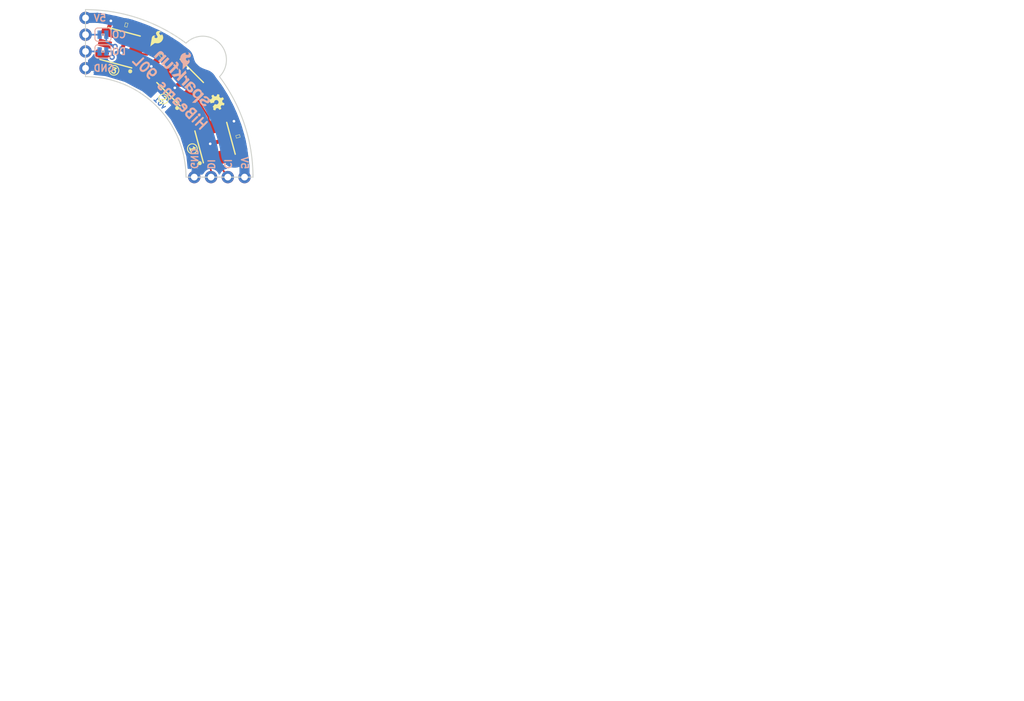
<source format=kicad_pcb>
(kicad_pcb (version 20170123) (host pcbnew no-vcs-found-5013ea2~58~ubuntu16.04.1)

  (general
    (links 24)
    (no_connects 0)
    (area 118.770486 85.951357 273.2696 194.562)
    (thickness 1.6)
    (drawings 34)
    (tracks 142)
    (zones 0)
    (modules 19)
    (nets 13)
  )

  (page A4)
  (layers
    (0 F.Cu signal)
    (31 B.Cu signal)
    (32 B.Adhes user)
    (33 F.Adhes user)
    (34 B.Paste user)
    (35 F.Paste user)
    (36 B.SilkS user)
    (37 F.SilkS user)
    (38 B.Mask user)
    (39 F.Mask user)
    (40 Dwgs.User user)
    (41 Cmts.User user)
    (42 Eco1.User user)
    (43 Eco2.User user)
    (44 Edge.Cuts user)
    (45 Margin user)
    (46 B.CrtYd user)
    (47 F.CrtYd user)
    (48 B.Fab user)
    (49 F.Fab user)
  )

  (setup
    (last_trace_width 0.25)
    (user_trace_width 0.2032)
    (user_trace_width 0.254)
    (user_trace_width 0.4064)
    (user_trace_width 0.6096)
    (user_trace_width 0.8128)
    (user_trace_width 1.524)
    (user_trace_width 2.032)
    (user_trace_width 4.064)
    (trace_clearance 0.2)
    (zone_clearance 0.3048)
    (zone_45_only no)
    (trace_min 0.2)
    (segment_width 0.2)
    (edge_width 0.15)
    (via_size 0.8)
    (via_drill 0.4)
    (via_min_size 0.4)
    (via_min_drill 0.3)
    (uvia_size 0.3)
    (uvia_drill 0.1)
    (uvias_allowed no)
    (uvia_min_size 0.2)
    (uvia_min_drill 0.1)
    (pcb_text_width 0.3)
    (pcb_text_size 1.5 1.5)
    (mod_edge_width 0.15)
    (mod_text_size 1 1)
    (mod_text_width 0.15)
    (pad_size 1.524 1.524)
    (pad_drill 0.762)
    (pad_to_mask_clearance 0.1016)
    (aux_axis_origin 0 0)
    (visible_elements FFFFFF7F)
    (pcbplotparams
      (layerselection 0x00030_ffffffff)
      (usegerberextensions false)
      (excludeedgelayer true)
      (linewidth 0.100000)
      (plotframeref false)
      (viasonmask false)
      (mode 1)
      (useauxorigin false)
      (hpglpennumber 1)
      (hpglpenspeed 20)
      (hpglpendiameter 15)
      (psnegative false)
      (psa4output false)
      (plotreference true)
      (plotvalue true)
      (plotinvisibletext false)
      (padsonsilk false)
      (subtractmaskfromsilk false)
      (outputformat 1)
      (mirror false)
      (drillshape 1)
      (scaleselection 1)
      (outputdirectory ""))
  )

  (net 0 "")
  (net 1 GND)
  (net 2 +5V)
  (net 3 /DI)
  (net 4 /CI)
  (net 5 /DO)
  (net 6 /CO)
  (net 7 "Net-(U1-Pad5)")
  (net 8 "Net-(U1-Pad6)")
  (net 9 "Net-(U2-Pad6)")
  (net 10 "Net-(U2-Pad5)")
  (net 11 "Net-(JP1-Pad1)")
  (net 12 "Net-(JP2-Pad1)")

  (net_class Default "This is the default net class."
    (clearance 0.2)
    (trace_width 0.25)
    (via_dia 0.8)
    (via_drill 0.4)
    (uvia_dia 0.3)
    (uvia_drill 0.1)
    (add_net +5V)
    (add_net /CI)
    (add_net /CO)
    (add_net /DI)
    (add_net /DO)
    (add_net GND)
    (add_net "Net-(JP1-Pad1)")
    (add_net "Net-(JP2-Pad1)")
    (add_net "Net-(U1-Pad5)")
    (add_net "Net-(U1-Pad6)")
    (add_net "Net-(U2-Pad5)")
    (add_net "Net-(U2-Pad6)")
  )

  (module Pete:SMT-JUMPER_2_NC_TRACE_SILK (layer B.Cu) (tedit 595D5133) (tstamp 596F396A)
    (at 133.7818 96.0628 180)
    (path /595D4DA8)
    (attr smd)
    (fp_text reference JP2 (at 0.0254 -1.6256 180) (layer B.SilkS) hide
      (effects (font (size 0.6096 0.6096) (thickness 0.127)) (justify mirror))
    )
    (fp_text value JUMPER-SMT_2_NC_TRACE_SILK (at 1.8288 -0.8382 180) (layer B.SilkS) hide
      (effects (font (size 0.6096 0.6096) (thickness 0.127)) (justify mirror))
    )
    (fp_arc (start 0.762 -0.5588) (end 1.2192 -0.5588) (angle -90) (layer B.SilkS) (width 0.1524))
    (fp_arc (start -0.762 -0.5588) (end -0.762 -1.016) (angle -90) (layer B.SilkS) (width 0.1524))
    (fp_arc (start -0.762 0.5588) (end -1.2192 0.5588) (angle -90) (layer B.SilkS) (width 0.1524))
    (fp_arc (start 0.762 0.5588) (end 0.762 1.016) (angle -90) (layer B.SilkS) (width 0.1524))
    (fp_line (start -0.1905 -0.127) (end -0.1905 0.127) (layer B.SilkS) (width 0.127))
    (fp_line (start 0.1905 -0.127) (end -0.1905 -0.127) (layer B.SilkS) (width 0.127))
    (fp_line (start 0.1905 0.127) (end 0.1905 -0.127) (layer B.SilkS) (width 0.127))
    (fp_line (start -0.1905 0.127) (end 0.1905 0.127) (layer B.SilkS) (width 0.127))
    (fp_line (start -0.508 0) (end 0.508 0) (layer B.Cu) (width 0.254))
    (fp_line (start -0.762 1.016) (end 0.762 1.016) (layer B.SilkS) (width 0.1524))
    (fp_line (start -1.2192 -0.5588) (end -1.2192 0.5588) (layer B.SilkS) (width 0.1524))
    (fp_line (start 1.2192 -0.5588) (end 1.2192 0.5588) (layer B.SilkS) (width 0.1524))
    (fp_line (start 0.762 -1.016) (end -0.762 -1.016) (layer B.SilkS) (width 0.1524))
    (pad 2 smd rect (at 0.508 0 180) (size 0.635 1.27) (layers B.Cu B.Paste B.Mask)
      (net 5 /DO))
    (pad 1 smd rect (at -0.508 0 180) (size 0.635 1.27) (layers B.Cu B.Paste B.Mask)
      (net 12 "Net-(JP2-Pad1)"))
  )

  (module Pete:SMT-JUMPER_2_NC_TRACE_SILK (layer B.Cu) (tedit 595D513D) (tstamp 596F3957)
    (at 133.7818 93.5228 180)
    (path /595D4CC3)
    (attr smd)
    (fp_text reference JP1 (at 0 1.524 180) (layer B.SilkS) hide
      (effects (font (size 0.6096 0.6096) (thickness 0.127)) (justify mirror))
    )
    (fp_text value JUMPER-SMT_2_NC_TRACE_SILK (at 1.8288 -0.8382 180) (layer B.SilkS) hide
      (effects (font (size 0.6096 0.6096) (thickness 0.127)) (justify mirror))
    )
    (fp_arc (start 0.762 -0.5588) (end 1.2192 -0.5588) (angle -90) (layer B.SilkS) (width 0.1524))
    (fp_arc (start -0.762 -0.5588) (end -0.762 -1.016) (angle -90) (layer B.SilkS) (width 0.1524))
    (fp_arc (start -0.762 0.5588) (end -1.2192 0.5588) (angle -90) (layer B.SilkS) (width 0.1524))
    (fp_arc (start 0.762 0.5588) (end 0.762 1.016) (angle -90) (layer B.SilkS) (width 0.1524))
    (fp_line (start -0.1905 -0.127) (end -0.1905 0.127) (layer B.SilkS) (width 0.127))
    (fp_line (start 0.1905 -0.127) (end -0.1905 -0.127) (layer B.SilkS) (width 0.127))
    (fp_line (start 0.1905 0.127) (end 0.1905 -0.127) (layer B.SilkS) (width 0.127))
    (fp_line (start -0.1905 0.127) (end 0.1905 0.127) (layer B.SilkS) (width 0.127))
    (fp_line (start -0.508 0) (end 0.508 0) (layer B.Cu) (width 0.254))
    (fp_line (start -0.762 1.016) (end 0.762 1.016) (layer B.SilkS) (width 0.1524))
    (fp_line (start -1.2192 -0.5588) (end -1.2192 0.5588) (layer B.SilkS) (width 0.1524))
    (fp_line (start 1.2192 -0.5588) (end 1.2192 0.5588) (layer B.SilkS) (width 0.1524))
    (fp_line (start 0.762 -1.016) (end -0.762 -1.016) (layer B.SilkS) (width 0.1524))
    (pad 2 smd rect (at 0.508 0 180) (size 0.635 1.27) (layers B.Cu B.Paste B.Mask)
      (net 6 /CO))
    (pad 1 smd rect (at -0.508 0 180) (size 0.635 1.27) (layers B.Cu B.Paste B.Mask)
      (net 11 "Net-(JP1-Pad1)"))
  )

  (module Pete:line (layer F.Cu) (tedit 591372BA) (tstamp 59634114)
    (at 131.1275 115.1255 345)
    (fp_text reference REF** (at -4.572 -1.27 345) (layer F.SilkS) hide
      (effects (font (size 1 1) (thickness 0.15)))
    )
    (fp_text value line (at -5.207 -2.667 345) (layer F.Fab) hide
      (effects (font (size 1 1) (thickness 0.15)))
    )
    (fp_line (start 0 0) (end 0 -25.4) (layer Dwgs.User) (width 0.15))
  )

  (module Pete:line (layer F.Cu) (tedit 591372BA) (tstamp 5963410F)
    (at 131.1275 115.1255 315)
    (fp_text reference REF** (at -4.572 -1.27 315) (layer F.SilkS) hide
      (effects (font (size 1 1) (thickness 0.15)))
    )
    (fp_text value line (at -5.207 -2.667 315) (layer F.Fab) hide
      (effects (font (size 1 1) (thickness 0.15)))
    )
    (fp_line (start 0 0) (end 0 -25.4) (layer Dwgs.User) (width 0.15))
  )

  (module Pete:0603_revised (layer F.Cu) (tedit 5914AE47) (tstamp 596339F8)
    (at 137.3124 92.0496 165)
    (path /591344EB)
    (attr smd)
    (fp_text reference C1 (at 0.127 -0.9652 165) (layer F.SilkS) hide
      (effects (font (size 0.4064 0.4064) (thickness 0.0254)))
    )
    (fp_text value 0.1uF (at 0.2032 0.9398 165) (layer F.SilkS) hide
      (effects (font (size 0.4064 0.4064) (thickness 0.0254)))
    )
    (fp_line (start -0.8382 0.4699) (end -0.33782 0.4699) (layer Dwgs.User) (width 0.06604))
    (fp_line (start -0.33782 0.4699) (end -0.33782 -0.48006) (layer Dwgs.User) (width 0.06604))
    (fp_line (start -0.8382 -0.48006) (end -0.33782 -0.48006) (layer Dwgs.User) (width 0.06604))
    (fp_line (start -0.8382 0.4699) (end -0.8382 -0.48006) (layer Dwgs.User) (width 0.06604))
    (fp_line (start 0.3302 0.4699) (end 0.82804 0.4699) (layer Dwgs.User) (width 0.06604))
    (fp_line (start 0.82804 0.4699) (end 0.82804 -0.48006) (layer Dwgs.User) (width 0.06604))
    (fp_line (start 0.3302 -0.48006) (end 0.82804 -0.48006) (layer Dwgs.User) (width 0.06604))
    (fp_line (start 0.3302 0.4699) (end 0.3302 -0.48006) (layer Dwgs.User) (width 0.06604))
    (fp_line (start -0.19812 0.29972) (end 0.19812 0.29972) (layer F.SilkS) (width 0.06604))
    (fp_line (start 0.19812 0.29972) (end 0.19812 -0.29972) (layer F.SilkS) (width 0.06604))
    (fp_line (start -0.19812 -0.29972) (end 0.19812 -0.29972) (layer F.SilkS) (width 0.06604))
    (fp_line (start -0.19812 0.29972) (end -0.19812 -0.29972) (layer F.SilkS) (width 0.06604))
    (fp_line (start -1.470661 -0.98298) (end 1.47066 -0.98298) (layer Dwgs.User) (width 0.0508))
    (fp_line (start 1.47066 -0.98298) (end 1.470661 0.98298) (layer Dwgs.User) (width 0.0508))
    (fp_line (start 1.470661 0.98298) (end -1.47066 0.98298) (layer Dwgs.User) (width 0.0508))
    (fp_line (start -1.47066 0.98298) (end -1.470661 -0.98298) (layer Dwgs.User) (width 0.0508))
    (fp_line (start -0.3556 -0.4318) (end 0.3556 -0.4318) (layer Dwgs.User) (width 0.1016))
    (fp_line (start -0.3556 0.41656) (end 0.3556 0.41656) (layer Dwgs.User) (width 0.1016))
    (pad 1 smd rect (at -0.84836 0 165) (size 1.09982 0.99822) (layers F.Cu F.Paste F.Mask)
      (net 1 GND))
    (pad 2 smd rect (at 0.84836 0 165) (size 1.09982 0.99822) (layers F.Cu F.Paste F.Mask)
      (net 2 +5V))
  )

  (module Pete:0603_revised (layer F.Cu) (tedit 5914AE47) (tstamp 59633A10)
    (at 142.68196 96.77908 45)
    (path /59134598)
    (attr smd)
    (fp_text reference C2 (at 0.127 -0.9652 45) (layer F.SilkS) hide
      (effects (font (size 0.4064 0.4064) (thickness 0.0254)))
    )
    (fp_text value 0.1uF (at 0.2032 0.9398 45) (layer F.SilkS) hide
      (effects (font (size 0.4064 0.4064) (thickness 0.0254)))
    )
    (fp_line (start -0.3556 0.41656) (end 0.3556 0.41656) (layer Dwgs.User) (width 0.1016))
    (fp_line (start -0.3556 -0.4318) (end 0.3556 -0.4318) (layer Dwgs.User) (width 0.1016))
    (fp_line (start -1.47066 0.98298) (end -1.47066 -0.98298) (layer Dwgs.User) (width 0.0508))
    (fp_line (start 1.47066 0.98298) (end -1.47066 0.98298) (layer Dwgs.User) (width 0.0508))
    (fp_line (start 1.47066 -0.98298) (end 1.47066 0.98298) (layer Dwgs.User) (width 0.0508))
    (fp_line (start -1.47066 -0.98298) (end 1.47066 -0.98298) (layer Dwgs.User) (width 0.0508))
    (fp_line (start -0.19812 0.29972) (end -0.19812 -0.29972) (layer F.SilkS) (width 0.06604))
    (fp_line (start -0.19812 -0.29972) (end 0.19812 -0.29972) (layer F.SilkS) (width 0.06604))
    (fp_line (start 0.19812 0.29972) (end 0.19812 -0.29972) (layer F.SilkS) (width 0.06604))
    (fp_line (start -0.19812 0.29972) (end 0.19812 0.29972) (layer F.SilkS) (width 0.06604))
    (fp_line (start 0.3302 0.4699) (end 0.3302 -0.48006) (layer Dwgs.User) (width 0.06604))
    (fp_line (start 0.3302 -0.48006) (end 0.82804 -0.48006) (layer Dwgs.User) (width 0.06604))
    (fp_line (start 0.82804 0.4699) (end 0.82804 -0.48006) (layer Dwgs.User) (width 0.06604))
    (fp_line (start 0.3302 0.4699) (end 0.82804 0.4699) (layer Dwgs.User) (width 0.06604))
    (fp_line (start -0.838199 0.4699) (end -0.8382 -0.48006) (layer Dwgs.User) (width 0.06604))
    (fp_line (start -0.8382 -0.48006) (end -0.33782 -0.48006) (layer Dwgs.User) (width 0.06604))
    (fp_line (start -0.33782 0.4699) (end -0.33782 -0.48006) (layer Dwgs.User) (width 0.06604))
    (fp_line (start -0.838199 0.4699) (end -0.33782 0.4699) (layer Dwgs.User) (width 0.06604))
    (pad 2 smd rect (at 0.84836 0 45) (size 1.09982 0.99822) (layers F.Cu F.Paste F.Mask)
      (net 2 +5V))
    (pad 1 smd rect (at -0.84836 0 45) (size 1.09982 0.99822) (layers F.Cu F.Paste F.Mask)
      (net 1 GND))
  )

  (module Pete:0603_revised (layer F.Cu) (tedit 5914AE47) (tstamp 59633A28)
    (at 154.2542 108.9406 105)
    (path /59134604)
    (attr smd)
    (fp_text reference C3 (at 0.127 -0.9652 105) (layer F.SilkS) hide
      (effects (font (size 0.4064 0.4064) (thickness 0.0254)))
    )
    (fp_text value 0.1uF (at 0.2032 0.9398 105) (layer F.SilkS) hide
      (effects (font (size 0.4064 0.4064) (thickness 0.0254)))
    )
    (fp_line (start -0.8382 0.4699) (end -0.33782 0.4699) (layer Dwgs.User) (width 0.06604))
    (fp_line (start -0.33782 0.4699) (end -0.33782 -0.48006) (layer Dwgs.User) (width 0.06604))
    (fp_line (start -0.8382 -0.48006) (end -0.33782 -0.48006) (layer Dwgs.User) (width 0.06604))
    (fp_line (start -0.8382 0.4699) (end -0.8382 -0.48006) (layer Dwgs.User) (width 0.06604))
    (fp_line (start 0.3302 0.4699) (end 0.82804 0.4699) (layer Dwgs.User) (width 0.06604))
    (fp_line (start 0.82804 0.4699) (end 0.82804 -0.48006) (layer Dwgs.User) (width 0.06604))
    (fp_line (start 0.3302 -0.48006) (end 0.82804 -0.48006) (layer Dwgs.User) (width 0.06604))
    (fp_line (start 0.3302 0.4699) (end 0.3302 -0.48006) (layer Dwgs.User) (width 0.06604))
    (fp_line (start -0.19812 0.29972) (end 0.19812 0.29972) (layer F.SilkS) (width 0.06604))
    (fp_line (start 0.19812 0.29972) (end 0.19812 -0.29972) (layer F.SilkS) (width 0.06604))
    (fp_line (start -0.19812 -0.29972) (end 0.19812 -0.29972) (layer F.SilkS) (width 0.06604))
    (fp_line (start -0.19812 0.29972) (end -0.19812 -0.29972) (layer F.SilkS) (width 0.06604))
    (fp_line (start -1.47066 -0.98298) (end 1.470661 -0.98298) (layer Dwgs.User) (width 0.0508))
    (fp_line (start 1.470661 -0.98298) (end 1.47066 0.98298) (layer Dwgs.User) (width 0.0508))
    (fp_line (start 1.47066 0.98298) (end -1.470661 0.98298) (layer Dwgs.User) (width 0.0508))
    (fp_line (start -1.470661 0.98298) (end -1.47066 -0.98298) (layer Dwgs.User) (width 0.0508))
    (fp_line (start -0.3556 -0.4318) (end 0.3556 -0.4318) (layer Dwgs.User) (width 0.1016))
    (fp_line (start -0.3556 0.41656) (end 0.3556 0.41656) (layer Dwgs.User) (width 0.1016))
    (pad 1 smd rect (at -0.84836 0 105) (size 1.09982 0.99822) (layers F.Cu F.Paste F.Mask)
      (net 1 GND))
    (pad 2 smd rect (at 0.84836 0 105) (size 1.09982 0.99822) (layers F.Cu F.Paste F.Mask)
      (net 2 +5V))
  )

  (module Aesthetics:FIDUCIAL-1X2 (layer F.Cu) (tedit 595D3684) (tstamp 59633A2D)
    (at 155.2575 112.9157)
    (descr "FIDUCIAL - CIRCLE, 1MM")
    (tags "FIDUCIAL - CIRCLE, 1MM")
    (path /592FB75B)
    (attr smd)
    (fp_text reference FD1 (at 0 0) (layer F.SilkS) hide
      (effects (font (thickness 0.15)))
    )
    (fp_text value FIDUCIAL1X2 (at 0 0) (layer F.SilkS) hide
      (effects (font (thickness 0.15)))
    )
    (pad 1 smd circle (at 0 0) (size 0.99822 0.99822) (layers F.Cu F.Paste F.Mask))
  )

  (module Aesthetics:FIDUCIAL-1X2 (layer F.Cu) (tedit 595D3697) (tstamp 59633A32)
    (at 133.3881 90.7415)
    (descr "FIDUCIAL - CIRCLE, 1MM")
    (tags "FIDUCIAL - CIRCLE, 1MM")
    (path /592FB6C9)
    (attr smd)
    (fp_text reference FD2 (at 0 0) (layer F.SilkS) hide
      (effects (font (thickness 0.15)))
    )
    (fp_text value FIDUCIAL1X2 (at 0 0) (layer F.SilkS) hide
      (effects (font (thickness 0.15)))
    )
    (pad 1 smd circle (at 0 0) (size 0.99822 0.99822) (layers F.Cu F.Paste F.Mask))
  )

  (module SFE_Connectors:1X04_NO_SILK (layer F.Cu) (tedit 595D35CE) (tstamp 59633A4A)
    (at 147.6248 115.1128)
    (descr "PLATED THROUGH HOLE - 4 PIN NO SILK OUTLINE")
    (tags "PLATED THROUGH HOLE - 4 PIN NO SILK OUTLINE")
    (path /592F91A7)
    (attr virtual)
    (fp_text reference J1 (at 0.254 -1.7018) (layer F.SilkS) hide
      (effects (font (size 0.6096 0.6096) (thickness 0.127)))
    )
    (fp_text value CONN_041X04_NO_SILK (at 0.5588 1.7272) (layer F.SilkS) hide
      (effects (font (size 0.6096 0.6096) (thickness 0.127)))
    )
    (fp_line (start 7.366 0.254) (end 7.874 0.254) (layer Dwgs.User) (width 0.06604))
    (fp_line (start 7.874 0.254) (end 7.874 -0.254) (layer Dwgs.User) (width 0.06604))
    (fp_line (start 7.366 -0.254) (end 7.874 -0.254) (layer Dwgs.User) (width 0.06604))
    (fp_line (start 7.366 0.254) (end 7.366 -0.254) (layer Dwgs.User) (width 0.06604))
    (fp_line (start 4.826 0.254) (end 5.334 0.254) (layer Dwgs.User) (width 0.06604))
    (fp_line (start 5.334 0.254) (end 5.334 -0.254) (layer Dwgs.User) (width 0.06604))
    (fp_line (start 4.826 -0.254) (end 5.334 -0.254) (layer Dwgs.User) (width 0.06604))
    (fp_line (start 4.826 0.254) (end 4.826 -0.254) (layer Dwgs.User) (width 0.06604))
    (fp_line (start 2.286 0.254) (end 2.794 0.254) (layer Dwgs.User) (width 0.06604))
    (fp_line (start 2.794 0.254) (end 2.794 -0.254) (layer Dwgs.User) (width 0.06604))
    (fp_line (start 2.286 -0.254) (end 2.794 -0.254) (layer Dwgs.User) (width 0.06604))
    (fp_line (start 2.286 0.254) (end 2.286 -0.254) (layer Dwgs.User) (width 0.06604))
    (fp_line (start -0.254 0.254) (end 0.254 0.254) (layer Dwgs.User) (width 0.06604))
    (fp_line (start 0.254 0.254) (end 0.254 -0.254) (layer Dwgs.User) (width 0.06604))
    (fp_line (start -0.254 -0.254) (end 0.254 -0.254) (layer Dwgs.User) (width 0.06604))
    (fp_line (start -0.254 0.254) (end -0.254 -0.254) (layer Dwgs.User) (width 0.06604))
    (pad 1 thru_hole circle (at 0 0) (size 1.8796 1.8796) (drill 1.016) (layers *.Cu *.Paste *.Mask)
      (net 1 GND))
    (pad 2 thru_hole circle (at 2.54 0) (size 1.8796 1.8796) (drill 1.016) (layers *.Cu *.Paste *.Mask)
      (net 3 /DI))
    (pad 3 thru_hole circle (at 5.08 0) (size 1.8796 1.8796) (drill 1.016) (layers *.Cu *.Paste *.Mask)
      (net 4 /CI))
    (pad 4 thru_hole circle (at 7.62 0) (size 1.8796 1.8796) (drill 1.016) (layers *.Cu *.Paste *.Mask)
      (net 2 +5V))
  )

  (module SFE_Connectors:1X04_NO_SILK (layer F.Cu) (tedit 595D35E2) (tstamp 59633A62)
    (at 131.1402 90.9828 270)
    (descr "PLATED THROUGH HOLE - 4 PIN NO SILK OUTLINE")
    (tags "PLATED THROUGH HOLE - 4 PIN NO SILK OUTLINE")
    (path /592F92AC)
    (attr virtual)
    (fp_text reference J2 (at 0.254 -1.7018 270) (layer F.SilkS) hide
      (effects (font (size 0.6096 0.6096) (thickness 0.127)))
    )
    (fp_text value CONN_041X04_NO_SILK (at 0.5588 1.7272 270) (layer F.SilkS) hide
      (effects (font (size 0.6096 0.6096) (thickness 0.127)))
    )
    (fp_line (start -0.254 0.254) (end -0.254 -0.254) (layer Dwgs.User) (width 0.06604))
    (fp_line (start -0.254 -0.254) (end 0.254 -0.254) (layer Dwgs.User) (width 0.06604))
    (fp_line (start 0.254 0.254) (end 0.254 -0.254) (layer Dwgs.User) (width 0.06604))
    (fp_line (start -0.254 0.254) (end 0.254 0.254) (layer Dwgs.User) (width 0.06604))
    (fp_line (start 2.286 0.254) (end 2.286 -0.254) (layer Dwgs.User) (width 0.06604))
    (fp_line (start 2.286 -0.254) (end 2.794 -0.254) (layer Dwgs.User) (width 0.06604))
    (fp_line (start 2.794 0.254) (end 2.794 -0.254) (layer Dwgs.User) (width 0.06604))
    (fp_line (start 2.286 0.254) (end 2.794 0.254) (layer Dwgs.User) (width 0.06604))
    (fp_line (start 4.826 0.254) (end 4.826 -0.254) (layer Dwgs.User) (width 0.06604))
    (fp_line (start 4.826 -0.254) (end 5.334 -0.254) (layer Dwgs.User) (width 0.06604))
    (fp_line (start 5.334 0.254) (end 5.334 -0.254) (layer Dwgs.User) (width 0.06604))
    (fp_line (start 4.826 0.254) (end 5.334 0.254) (layer Dwgs.User) (width 0.06604))
    (fp_line (start 7.366 0.254) (end 7.366 -0.254) (layer Dwgs.User) (width 0.06604))
    (fp_line (start 7.366 -0.254) (end 7.874 -0.254) (layer Dwgs.User) (width 0.06604))
    (fp_line (start 7.874 0.254) (end 7.874 -0.254) (layer Dwgs.User) (width 0.06604))
    (fp_line (start 7.366 0.254) (end 7.874 0.254) (layer Dwgs.User) (width 0.06604))
    (pad 4 thru_hole circle (at 7.62 0 270) (size 1.8796 1.8796) (drill 1.016) (layers *.Cu *.Paste *.Mask)
      (net 1 GND))
    (pad 3 thru_hole circle (at 5.08 0 270) (size 1.8796 1.8796) (drill 1.016) (layers *.Cu *.Paste *.Mask)
      (net 5 /DO))
    (pad 2 thru_hole circle (at 2.54 0 270) (size 1.8796 1.8796) (drill 1.016) (layers *.Cu *.Paste *.Mask)
      (net 6 /CO))
    (pad 1 thru_hole circle (at 0 0 270) (size 1.8796 1.8796) (drill 1.016) (layers *.Cu *.Paste *.Mask)
      (net 2 +5V))
  )

  (module SparkFun:SFE_LOGO_NAME_FLAME_.1 (layer B.Cu) (tedit 595D3651) (tstamp 59633A71)
    (at 148.8313 105.5243 135)
    (descr "SPARKFUN FONT LOGO W/ FLAME - 0.1\" HEIGHT - SILKSCREEN")
    (tags "SPARKFUN FONT LOGO W/ FLAME - 0.1\" HEIGHT - SILKSCREEN")
    (path /591F53CA)
    (attr virtual)
    (fp_text reference LOGO1 (at 0 0 135) (layer B.SilkS) hide
      (effects (font (thickness 0.15)) (justify mirror))
    )
    (fp_text value SFE_LOGO_NAME_FLAME.1_INCH (at 0 0 135) (layer B.SilkS) hide
      (effects (font (thickness 0.15)) (justify mirror))
    )
    (fp_poly (pts (xy 0.80772 1.39954) (xy 0.80772 1.33858) (xy 0.82804 1.28778) (xy 0.85852 1.24968)
      (xy 0.89916 1.2192) (xy 0.9398 1.18872) (xy 0.99822 1.17856) (xy 1.04902 1.1684)
      (xy 1.10998 1.15824) (xy 1.14808 1.1684) (xy 1.18872 1.1684) (xy 1.22936 1.17856)
      (xy 1.27 1.19888) (xy 1.3081 1.22936) (xy 1.33858 1.25984) (xy 1.34874 1.29794)
      (xy 1.3589 1.33858) (xy 1.34874 1.37922) (xy 1.32842 1.41986) (xy 1.28778 1.4478)
      (xy 1.23952 1.47828) (xy 1.17856 1.4986) (xy 1.09982 1.51892) (xy 1.01854 1.53924)
      (xy 0.91948 1.55956) (xy 0.82804 1.57988) (xy 0.7493 1.60782) (xy 0.67818 1.6383)
      (xy 0.6096 1.67894) (xy 0.54864 1.71958) (xy 0.508 1.778) (xy 0.47752 1.84912)
      (xy 0.4699 1.93802) (xy 0.47752 2.05994) (xy 0.51816 2.159) (xy 0.58928 2.23774)
      (xy 0.65786 2.2987) (xy 0.75946 2.3495) (xy 0.85852 2.36982) (xy 0.96774 2.3876)
      (xy 1.19888 2.3876) (xy 1.3081 2.36982) (xy 1.4097 2.33934) (xy 1.4986 2.2987)
      (xy 1.57988 2.23774) (xy 1.6383 2.159) (xy 1.6891 2.05994) (xy 1.70942 1.93802)
      (xy 1.33858 1.93802) (xy 1.32842 1.98882) (xy 1.3081 2.03962) (xy 1.28778 2.06756)
      (xy 1.25984 2.08788) (xy 1.2192 2.1082) (xy 1.1684 2.12852) (xy 0.99822 2.12852)
      (xy 0.96774 2.11836) (xy 0.92964 2.1082) (xy 0.89916 2.09804) (xy 0.87884 2.06756)
      (xy 0.85852 2.03962) (xy 0.85852 1.99898) (xy 0.86868 1.95834) (xy 0.89916 1.9177)
      (xy 0.9398 1.88976) (xy 0.99822 1.85928) (xy 1.05918 1.83896) (xy 1.13792 1.8288)
      (xy 1.2192 1.80848) (xy 1.29794 1.78816) (xy 1.37922 1.76784) (xy 1.46812 1.74752)
      (xy 1.53924 1.70942) (xy 1.60782 1.66878) (xy 1.66878 1.61798) (xy 1.70942 1.55956)
      (xy 1.7399 1.48844) (xy 1.74752 1.39954) (xy 1.72974 1.27) (xy 1.6891 1.15824)
      (xy 1.62814 1.0795) (xy 1.5494 1.00838) (xy 1.4478 0.95758) (xy 1.33858 0.92964)
      (xy 1.2192 0.90932) (xy 1.09982 0.89916) (xy 0.9779 0.90932) (xy 0.85852 0.92964)
      (xy 0.7493 0.95758) (xy 0.6477 1.00838) (xy 0.56896 1.0795) (xy 0.49784 1.1684)
      (xy 0.45974 1.27) (xy 0.43942 1.39954) (xy 0.75946 1.39954)) (layer B.SilkS) (width 0.01))
    (fp_poly (pts (xy 2.9083 1.39954) (xy 2.93878 1.47828) (xy 2.94894 1.55956) (xy 2.94894 1.6383)
      (xy 3.33756 1.62814) (xy 3.32994 1.48844) (xy 3.29946 1.3589) (xy 3.24866 1.23952)) (layer B.SilkS) (width 0.01))
    (fp_poly (pts (xy 3.24866 1.23952) (xy 3.1877 1.12776) (xy 3.0988 1.03886) (xy 2.98958 0.95758)
      (xy 2.86766 0.91948) (xy 2.7178 0.89916) (xy 2.65938 0.90932) (xy 2.59842 0.91948)
      (xy 2.54 0.92964) (xy 2.47904 0.95758) (xy 2.42824 0.98806) (xy 2.37998 1.01854)
      (xy 2.33934 1.06934) (xy 2.2987 1.1176) (xy 2.28854 1.1176) (xy 2.28854 0.09906)
      (xy 2.2479 0.1397) (xy 2.19964 0.18796) (xy 2.14884 0.2286) (xy 2.09804 0.26924)
      (xy 2.04978 0.30988) (xy 1.99898 0.35814) (xy 1.95834 0.39878) (xy 1.90754 0.43942)
      (xy 1.90754 2.28854) (xy 1.94818 2.2987) (xy 1.99898 2.30886) (xy 2.04978 2.30886)
      (xy 2.08788 2.31902) (xy 2.13868 2.32918) (xy 2.17932 2.33934) (xy 2.22758 2.3495)
      (xy 2.27838 2.35966) (xy 2.27838 2.17932) (xy 2.31902 2.22758) (xy 2.35966 2.26822)
      (xy 2.40792 2.30886) (xy 2.45872 2.33934) (xy 2.50952 2.36982) (xy 2.56794 2.37998)
      (xy 2.6289 2.3876) (xy 2.69748 2.3876) (xy 2.84988 2.37998) (xy 2.98958 2.32918)
      (xy 3.0988 2.25806) (xy 3.1877 2.159) (xy 3.25882 2.04978) (xy 3.29946 1.9177)
      (xy 3.32994 1.778) (xy 3.33756 1.62814) (xy 2.94894 1.6383) (xy 2.94894 1.72974)
      (xy 2.93878 1.80848) (xy 2.9083 1.88976) (xy 2.87782 1.95834) (xy 2.82956 2.0193)
      (xy 2.7686 2.05994) (xy 2.69748 2.08788) (xy 2.60858 2.09804) (xy 2.52984 2.08788)
      (xy 2.44856 2.05994) (xy 2.39776 2.0193) (xy 2.3495 1.95834) (xy 2.31902 1.88976)
      (xy 2.28854 1.80848) (xy 2.27838 1.72974) (xy 2.27838 1.55956) (xy 2.2987 1.47828)
      (xy 2.31902 1.39954) (xy 2.3495 1.32842) (xy 2.39776 1.27762) (xy 2.45872 1.22936)
      (xy 2.52984 1.20904) (xy 2.61874 1.19888) (xy 2.69748 1.20904) (xy 2.77876 1.22936)
      (xy 2.83972 1.27762) (xy 2.87782 1.32842) (xy 2.9083 1.39954)) (layer B.SilkS) (width 0.01))
    (fp_poly (pts (xy 3.92938 1.74752) (xy 4.01828 1.75768) (xy 4.10972 1.76784) (xy 4.1783 1.778)
      (xy 4.2291 1.57988) (xy 4.20878 1.56972) (xy 4.18846 1.56972) (xy 4.15798 1.55956)
      (xy 4.11988 1.55956) (xy 4.0894 1.5494) (xy 4.04876 1.5494) (xy 4.02844 1.53924)
      (xy 4.00812 1.53924)) (layer B.SilkS) (width 0.01))
    (fp_poly (pts (xy 4.00812 1.53924) (xy 3.97764 1.52908) (xy 3.95986 1.51892) (xy 3.9497 1.50876)
      (xy 3.92938 1.4986) (xy 3.90906 1.48844) (xy 3.8989 1.47828) (xy 3.87858 1.46812)
      (xy 3.86842 1.4478) (xy 3.85826 1.42748) (xy 3.8481 1.4097) (xy 3.8481 1.38938)
      (xy 3.83794 1.36906) (xy 3.83794 1.31826) (xy 3.8481 1.28778) (xy 3.8481 1.27)
      (xy 3.85826 1.24968) (xy 3.86842 1.23952) (xy 3.87858 1.2192) (xy 3.8989 1.20904)
      (xy 3.90906 1.19888) (xy 3.92938 1.18872) (xy 3.9497 1.17856) (xy 3.96748 1.17856)
      (xy 3.9878 1.1684) (xy 4.00812 1.1684) (xy 4.02844 1.15824) (xy 4.07924 1.15824)
      (xy 4.1275 1.1684) (xy 4.1783 1.1684) (xy 4.21894 1.18872) (xy 4.25958 1.19888)
      (xy 4.28752 1.2192) (xy 4.30784 1.23952) (xy 4.32816 1.27) (xy 4.34848 1.28778)
      (xy 4.35864 1.31826) (xy 4.3688 1.34874) (xy 4.37896 1.36906) (xy 4.38912 1.39954)
      (xy 4.38912 1.62814) (xy 4.37896 1.61798) (xy 4.3688 1.60782) (xy 4.34848 1.60782)
      (xy 4.32816 1.59766) (xy 4.30784 1.5875) (xy 4.28752 1.5875) (xy 4.26974 1.57988)
      (xy 4.2291 1.57988) (xy 4.1783 1.778) (xy 4.24942 1.79832) (xy 4.30784 1.81864)
      (xy 4.35864 1.84912) (xy 4.38912 1.88976) (xy 4.38912 1.99898) (xy 4.37896 2.0193)
      (xy 4.3688 2.03962) (xy 4.35864 2.05994) (xy 4.34848 2.06756) (xy 4.33832 2.08788)
      (xy 4.318 2.09804) (xy 4.29768 2.1082) (xy 4.2799 2.11836) (xy 4.25958 2.11836)
      (xy 4.23926 2.12852) (xy 4.05892 2.12852) (xy 4.0386 2.11836) (xy 4.01828 2.1082)
      (xy 3.99796 2.09804) (xy 3.97764 2.08788) (xy 3.95986 2.07772) (xy 3.9497 2.06756)
      (xy 3.92938 2.04978) (xy 3.91922 2.03962) (xy 3.90906 2.0193) (xy 3.8989 1.98882)
      (xy 3.88874 1.9685) (xy 3.88874 1.9177) (xy 3.49758 1.9177) (xy 3.50774 1.97866)
      (xy 3.5179 2.03962) (xy 3.53822 2.09804) (xy 3.5687 2.13868) (xy 3.59918 2.18948)
      (xy 3.62966 2.22758) (xy 3.66776 2.25806) (xy 3.71856 2.28854) (xy 3.76936 2.31902)
      (xy 3.81762 2.33934) (xy 3.86842 2.3495) (xy 3.92938 2.36982) (xy 3.9878 2.37998)
      (xy 4.0386 2.3876) (xy 4.26974 2.3876) (xy 4.318 2.37998) (xy 4.37896 2.37998)
      (xy 4.42976 2.36982) (xy 4.47802 2.3495) (xy 4.52882 2.33934) (xy 4.57962 2.31902)
      (xy 4.61772 2.28854) (xy 4.65836 2.25806) (xy 4.699 2.22758) (xy 4.72948 2.18948)
      (xy 4.7498 2.14884) (xy 4.76758 2.09804) (xy 4.77774 2.04978) (xy 4.77774 1.17856)
      (xy 4.7879 1.15824) (xy 4.7879 1.06934) (xy 4.79806 1.04902) (xy 4.79806 1.0287)
      (xy 4.80822 1.00838) (xy 4.80822 0.9779) (xy 4.81838 0.95758) (xy 4.82854 0.94996)
      (xy 4.82854 0.9398) (xy 4.43992 0.9398) (xy 4.43992 0.94996) (xy 4.42976 0.95758)
      (xy 4.42976 0.96774) (xy 4.4196 0.9779) (xy 4.4196 1.00838) (xy 4.40944 1.01854)
      (xy 4.40944 1.0795) (xy 4.38912 1.04902) (xy 4.35864 1.0287) (xy 4.33832 1.00838)
      (xy 4.30784 0.98806) (xy 4.2799 0.9779) (xy 4.24942 0.95758) (xy 4.21894 0.94996)
      (xy 4.18846 0.9398) (xy 4.15798 0.92964) (xy 4.1275 0.91948) (xy 4.09956 0.91948)
      (xy 4.06908 0.90932) (xy 4.02844 0.90932) (xy 3.99796 0.89916) (xy 3.88874 0.89916)
      (xy 3.83794 0.90932) (xy 3.78968 0.90932) (xy 3.74904 0.91948) (xy 3.69824 0.9398)
      (xy 3.6576 0.95758) (xy 3.62966 0.9779) (xy 3.58902 0.99822) (xy 3.55854 1.0287)
      (xy 3.53822 1.05918) (xy 3.50774 1.09982) (xy 3.48996 1.12776) (xy 3.4798 1.17856)
      (xy 3.45948 1.2192) (xy 3.45948 1.27) (xy 3.44932 1.31826) (xy 3.46964 1.42748)
      (xy 3.49758 1.51892) (xy 3.53822 1.5875) (xy 3.60934 1.64846) (xy 3.67792 1.6891)
      (xy 3.7592 1.71958) (xy 3.83794 1.7399) (xy 3.92938 1.74752)) (layer B.SilkS) (width 0.01))
    (fp_poly (pts (xy 4.99872 2.28854) (xy 5.04952 2.2987) (xy 5.08762 2.30886) (xy 5.13842 2.30886)
      (xy 5.18922 2.31902) (xy 5.22986 2.32918) (xy 5.27812 2.33934) (xy 5.32892 2.3495)
      (xy 5.36956 2.35966) (xy 5.36956 2.08788) (xy 5.40766 2.159) (xy 5.4483 2.2098)
      (xy 5.4991 2.26822) (xy 5.5499 2.30886) (xy 5.61848 2.3495) (xy 5.67944 2.36982)
      (xy 5.74802 2.3876) (xy 5.88772 2.3876) (xy 5.89788 2.37998) (xy 5.90804 2.37998)
      (xy 5.90804 2.0193) (xy 5.89788 2.0193) (xy 5.87756 2.02946) (xy 5.76834 2.02946)
      (xy 5.66928 2.0193) (xy 5.588 1.99898) (xy 5.51942 1.95834) (xy 5.46862 1.89992)
      (xy 5.42798 1.8288) (xy 5.40766 1.75768) (xy 5.38988 1.66878) (xy 5.38988 0.9398)
      (xy 4.99872 0.9398) (xy 4.99872 2.11836)) (layer B.SilkS) (width 0.01))
    (fp_poly (pts (xy 6.0579 2.6797) (xy 6.44906 2.88798) (xy 6.44906 1.84912) (xy 6.93928 2.35966)
      (xy 7.39902 2.35966) (xy 6.86816 1.83896) (xy 7.45998 0.9398) (xy 6.98754 0.9398)
      (xy 6.59892 1.56972) (xy 6.44906 1.42748) (xy 6.44906 0.9398) (xy 6.0579 0.9398)) (layer B.SilkS) (width 0.01))
    (fp_poly (pts (xy 7.69874 2.09804) (xy 7.30758 2.09804) (xy 7.34822 2.12852) (xy 7.3787 2.159)
      (xy 7.40918 2.18948) (xy 7.44982 2.22758) (xy 7.47776 2.25806) (xy 7.50824 2.28854)
      (xy 7.54888 2.31902) (xy 7.57936 2.35966) (xy 7.69874 2.35966) (xy 7.69874 2.55778)
      (xy 7.72922 2.63906) (xy 7.7597 2.70764) (xy 7.80796 2.7686) (xy 7.87908 2.8194)
      (xy 7.95782 2.8575) (xy 8.05942 2.88798) (xy 8.34898 2.88798) (xy 8.3693 2.87782)
      (xy 8.3693 2.59842) (xy 8.19912 2.59842) (xy 8.15848 2.58826) (xy 8.13816 2.5781)
      (xy 8.11784 2.56794) (xy 8.09752 2.54) (xy 8.0899 2.51968) (xy 8.0899 2.47904)
      (xy 8.07974 2.4384) (xy 8.07974 2.35966) (xy 8.34898 2.35966) (xy 8.34898 2.09804)
      (xy 8.07974 2.09804) (xy 8.07974 0.9398) (xy 7.69874 0.9398) (xy 7.69874 1.94818)) (layer B.SilkS) (width 0.01))
    (fp_poly (pts (xy 9.78916 0.9398) (xy 9.41832 0.9398) (xy 9.41832 1.13792) (xy 9.40816 1.13792)
      (xy 9.36752 1.0795) (xy 9.32942 1.0287) (xy 9.27862 0.98806) (xy 9.21766 0.95758)
      (xy 9.1694 0.9398) (xy 9.10844 0.91948) (xy 9.03986 0.90932) (xy 8.9789 0.89916)
      (xy 8.8392 0.90932) (xy 8.72998 0.94996) (xy 8.63854 0.99822) (xy 8.56996 1.05918)
      (xy 8.51916 1.14808) (xy 8.48868 1.24968) (xy 8.46836 1.3589) (xy 8.46836 2.35966)
      (xy 8.84936 2.35966) (xy 8.84936 1.55956) (xy 8.85952 1.47828) (xy 8.86968 1.39954)
      (xy 8.87984 1.33858) (xy 8.90778 1.29794) (xy 8.93826 1.25984) (xy 8.98906 1.22936)
      (xy 9.03986 1.2192) (xy 9.09828 1.20904) (xy 9.17956 1.2192) (xy 9.23798 1.22936)
      (xy 9.28878 1.25984) (xy 9.32942 1.29794) (xy 9.3599 1.3589) (xy 9.38784 1.42748)
      (xy 9.398 1.50876) (xy 9.398 2.35966) (xy 9.78916 2.35966) (xy 9.78916 1.1176)) (layer B.SilkS) (width 0.01))
    (fp_poly (pts (xy 9.99998 2.35966) (xy 10.36828 2.35966) (xy 10.36828 2.159) (xy 10.37844 2.159)
      (xy 10.41908 2.21996) (xy 10.45972 2.25806) (xy 10.50798 2.2987) (xy 10.56894 2.33934)
      (xy 10.6299 2.35966) (xy 10.68832 2.37998) (xy 10.74928 2.3876) (xy 10.8077 2.3876)
      (xy 10.94994 2.37998) (xy 11.05916 2.3495) (xy 11.14806 2.2987) (xy 11.21918 2.22758)
      (xy 11.26998 2.14884) (xy 11.29792 2.04978) (xy 11.31824 1.93802) (xy 11.3284 1.80848)
      (xy 11.3284 0.9398) (xy 10.93978 0.9398) (xy 10.93978 1.7399) (xy 10.92962 1.81864)
      (xy 10.91946 1.88976) (xy 10.9093 1.94818) (xy 10.87882 1.99898) (xy 10.84834 2.03962)
      (xy 10.79754 2.06756) (xy 10.74928 2.07772) (xy 10.68832 2.08788) (xy 10.60958 2.07772)
      (xy 10.54862 2.06756) (xy 10.49782 2.03962) (xy 10.45972 1.98882) (xy 10.42924 1.93802)
      (xy 10.39876 1.86944) (xy 10.3886 1.778) (xy 10.3886 0.9398) (xy 9.99998 0.9398)
      (xy 9.99998 2.17932)) (layer B.SilkS) (width 0.01))
    (fp_poly (pts (xy 8.24992 4.77774) (xy 8.24992 4.699) (xy 8.23976 4.66852) (xy 8.2296 4.63804)
      (xy 8.19912 4.61772) (xy 8.16864 4.60756) (xy 8.09752 4.60756) (xy 8.05942 4.62788)
      (xy 8.01878 4.6482) (xy 7.9883 4.66852) (xy 7.94766 4.699) (xy 7.91972 4.71932)
      (xy 7.88924 4.7498) (xy 7.86892 4.7879) (xy 7.8486 4.81838) (xy 7.83844 4.85902)
      (xy 7.82828 4.8895) (xy 7.83844 4.91998) (xy 7.8486 4.93776) (xy 7.85876 4.96824)
      (xy 7.87908 4.99872) (xy 7.91972 5.0292) (xy 7.95782 5.04952) (xy 8.00862 5.05968)
      (xy 8.04926 5.06984) (xy 8.07974 5.06984) (xy 8.10768 5.05968) (xy 8.13816 5.05968)
      (xy 8.128 5.06984) (xy 8.0899 5.09778) (xy 8.02894 5.12826) (xy 7.94766 5.15874)
      (xy 7.85876 5.18922) (xy 7.7597 5.18922) (xy 7.64794 5.1689) (xy 7.53872 5.10794)
      (xy 7.44982 5.0292) (xy 7.39902 4.95808) (xy 7.36854 4.86918) (xy 7.36854 4.7879)
      (xy 7.38886 4.699) (xy 7.43966 4.60756) (xy 7.50824 4.52882) (xy 7.58952 4.43992)
      (xy 7.6581 4.35864) (xy 7.68858 4.28752) (xy 7.68858 4.21894) (xy 7.66826 4.15798)
      (xy 7.62762 4.10972) (xy 7.5692 4.06908) (xy 7.48792 4.04876) (xy 7.40918 4.04876)
      (xy 7.35838 4.05892) (xy 7.30758 4.07924) (xy 7.27964 4.09956) (xy 7.24916 4.1275)
      (xy 7.22884 4.16814) (xy 7.21868 4.19862) (xy 7.21868 4.2291) (xy 7.22884 4.25958)
      (xy 7.24916 4.28752) (xy 7.26948 4.30784) (xy 7.2898 4.32816) (xy 7.31774 4.33832)
      (xy 7.33806 4.34848) (xy 7.35838 4.35864) (xy 7.36854 4.3688) (xy 7.34822 4.37896)
      (xy 7.3279 4.37896) (xy 7.2898 4.38912) (xy 7.20852 4.38912) (xy 7.14756 4.37896)
      (xy 7.0993 4.35864) (xy 7.0485 4.33832) (xy 7.00786 4.30784) (xy 6.9596 4.2799)
      (xy 6.92912 4.2291) (xy 6.89864 4.16814) (xy 6.87832 4.10972) (xy 6.86816 4.01828)
      (xy 6.858 3.92938) (xy 6.858 2.64922) (xy 6.86816 2.64922) (xy 6.88848 2.6797)
      (xy 6.91896 2.70764) (xy 6.94944 2.74828) (xy 6.9977 2.79908) (xy 7.0485 2.8575)
      (xy 7.10946 2.91846) (xy 7.15772 2.98958) (xy 7.22884 3.05816) (xy 7.2898 3.11912)
      (xy 7.33806 3.17754) (xy 7.38886 3.21818) (xy 7.43966 3.25882) (xy 7.48792 3.2893)
      (xy 7.54888 3.29946) (xy 7.73938 3.29946) (xy 7.85876 3.31978) (xy 7.96798 3.34772)
      (xy 8.06958 3.38836) (xy 8.16864 3.44932) (xy 8.24992 3.5179) (xy 8.32866 3.59918)
      (xy 8.39978 3.68808) (xy 8.49884 3.86842) (xy 8.54964 4.04876) (xy 8.5598 4.2291)
      (xy 8.52932 4.38912) (xy 8.47852 4.52882) (xy 8.40994 4.6482) (xy 8.32866 4.73964)) (layer B.SilkS) (width 0.01))
  )

  (module SparkFun:OSHW-LOGO-MINI (layer F.Cu) (tedit 595D3668) (tstamp 59633A76)
    (at 150.98268 103.76154 300)
    (descr "OPEN-SOURCE HARDWARE (OSHW) LOGO - MINI - SILKSCREEN")
    (tags "OPEN-SOURCE HARDWARE (OSHW) LOGO - MINI - SILKSCREEN")
    (path /591CA41A)
    (attr virtual)
    (fp_text reference LOGO2 (at -0.096857 6.928339 300) (layer F.SilkS) hide
      (effects (font (thickness 0.15)))
    )
    (fp_text value OSHW-LOGOMINI (at 2.443143 9.468339 300) (layer F.SilkS) hide
      (effects (font (thickness 0.15)))
    )
    (fp_poly (pts (xy 1.23444 0.17018) (xy 1.23444 -0.14732) (xy 0.8763 -0.20574) (xy 0.8763 -0.24638)
      (xy 0.86614 -0.25654) (xy 0.86614 -0.27686) (xy 0.85598 -0.28702) (xy 0.84582 -0.30734)
      (xy 0.84582 -0.32512) (xy 0.83566 -0.33528) (xy 0.83566 -0.3556) (xy 0.8255 -0.36576)
      (xy 0.81534 -0.38608) (xy 0.80518 -0.39624) (xy 0.80518 -0.41656) (xy 0.79502 -0.42672)
      (xy 0.78486 -0.44704) (xy 0.7747 -0.4572) (xy 0.98552 -0.74676) (xy 0.75438 -0.9652)
      (xy 0.46482 -0.76708) (xy 0.45466 -0.77724) (xy 0.43434 -0.78486) (xy 0.42418 -0.78486)
      (xy 0.4064 -0.79502) (xy 0.39624 -0.80518) (xy 0.37592 -0.81534) (xy 0.36576 -0.81534)
      (xy 0.34544 -0.8255) (xy 0.33528 -0.83566) (xy 0.31496 -0.83566) (xy 0.29464 -0.84582)
      (xy 0.28448 -0.84582) (xy 0.26416 -0.85598) (xy 0.25654 -0.85598) (xy 0.23622 -0.86614)
      (xy 0.2159 -0.86614) (xy 0.15494 -1.21666) (xy -0.16256 -1.21666) (xy -0.22098 -0.86614)
      (xy -0.23114 -0.86614) (xy -0.25146 -0.85598) (xy -0.27178 -0.85598) (xy -0.28194 -0.84582)
      (xy -0.30226 -0.84582) (xy -0.32258 -0.83566) (xy -0.33274 -0.83566) (xy -0.35306 -0.8255)
      (xy -0.36322 -0.81534) (xy -0.381 -0.81534) (xy -0.39116 -0.80518) (xy -0.41148 -0.79502)
      (xy -0.42164 -0.78486) (xy -0.44196 -0.78486) (xy -0.45212 -0.77724) (xy -0.47244 -0.76708)
      (xy -0.762 -0.9652) (xy -0.98298 -0.74676) (xy -0.78232 -0.4572) (xy -0.79248 -0.44704)
      (xy -0.79248 -0.42672) (xy -0.80264 -0.41656) (xy -0.8128 -0.39624) (xy -0.82296 -0.38608)
      (xy -0.82296 -0.36576) (xy -0.83312 -0.3556) (xy -0.84328 -0.33528) (xy -0.84328 -0.32512)
      (xy -0.86106 -0.28702) (xy -0.86106 -0.27686) (xy -0.87122 -0.25654) (xy -0.87122 -0.24638)
      (xy -0.88138 -0.22606) (xy -0.88138 -0.20574) (xy -1.2319 -0.14732) (xy -1.2319 0.17018)
      (xy -0.88138 0.23114) (xy -0.88138 0.2413) (xy -0.87122 0.26162) (xy -0.87122 0.28194)
      (xy -0.86106 0.2921) (xy -0.86106 0.31242) (xy -0.8509 0.32258) (xy -0.84328 0.34036)
      (xy -0.84328 0.36068) (xy -0.83312 0.37084) (xy -0.83312 0.39116) (xy -0.82296 0.40132)
      (xy -0.8128 0.42164) (xy -0.80264 0.4318) (xy -0.79248 0.45212) (xy -0.79248 0.46228)
      (xy -0.78232 0.4826) (xy -0.98298 0.762) (xy -0.762 0.9906) (xy -0.47244 0.79248)
      (xy -0.46228 0.79248) (xy -0.45212 0.8001) (xy -0.44196 0.8001) (xy -0.4318 0.81026)
      (xy -0.42164 0.81026) (xy -0.41148 0.82042) (xy -0.40132 0.82042) (xy -0.39116 0.83058)
      (xy -0.381 0.83058) (xy -0.37338 0.84074) (xy -0.36322 0.84074) (xy -0.35306 0.8509)
      (xy -0.33274 0.8509) (xy -0.32258 0.86106) (xy -0.12192 0.32258) (xy -0.1524 0.31242)
      (xy -0.19304 0.2921) (xy -0.21336 0.27178) (xy -0.23114 0.26162) (xy -0.25146 0.2413)
      (xy -0.26162 0.22098) (xy -0.28194 0.20066) (xy -0.30226 0.16256) (xy -0.31242 0.13208)
      (xy -0.33274 0.09144) (xy -0.33274 0.06096) (xy -0.3429 0.03048) (xy -0.3429 -0.0254)
      (xy -0.30226 -0.14732) (xy -0.26162 -0.20574) (xy -0.2413 -0.22606) (xy -0.21336 -0.24638)
      (xy -0.19304 -0.2667) (xy -0.16256 -0.28702) (xy -0.13208 -0.29718) (xy -0.1016 -0.31496)
      (xy -0.07112 -0.31496) (xy -0.03302 -0.32512) (xy 0.03556 -0.32512) (xy 0.06604 -0.31496)
      (xy 0.09652 -0.31496) (xy 0.12446 -0.29718) (xy 0.15494 -0.28702) (xy 0.2159 -0.24638)
      (xy 0.25654 -0.20574) (xy 0.29464 -0.14732) (xy 0.3048 -0.11684) (xy 0.32512 -0.08636)
      (xy 0.32512 -0.05588) (xy 0.33528 -0.0254) (xy 0.33528 0.06096) (xy 0.32512 0.09144)
      (xy 0.32512 0.11176) (xy 0.31496 0.13208) (xy 0.3048 0.16256) (xy 0.29464 0.18034)
      (xy 0.27432 0.20066) (xy 0.26416 0.22098) (xy 0.22606 0.26162) (xy 0.20574 0.27178)
      (xy 0.18542 0.2921) (xy 0.12446 0.32258) (xy 0.32512 0.86106) (xy 0.32512 0.8509)
      (xy 0.34544 0.8509) (xy 0.3556 0.84074) (xy 0.36576 0.84074) (xy 0.37592 0.83058)
      (xy 0.38608 0.83058) (xy 0.39624 0.82042) (xy 0.41656 0.82042) (xy 0.42418 0.81026)
      (xy 0.43434 0.81026) (xy 0.45466 0.79248) (xy 0.46482 0.79248) (xy 0.75438 0.9906)
      (xy 0.98552 0.762) (xy 0.7747 0.4826) (xy 0.78486 0.46228) (xy 0.79502 0.45212)
      (xy 0.80518 0.4318) (xy 0.80518 0.42164) (xy 0.81534 0.40132) (xy 0.8255 0.39116)
      (xy 0.83566 0.37084) (xy 0.83566 0.36068) (xy 0.85598 0.32258) (xy 0.85598 0.31242)
      (xy 0.86614 0.2921) (xy 0.86614 0.28194) (xy 0.8763 0.26162) (xy 0.8763 0.2413)
      (xy 0.88646 0.23114)) (layer F.SilkS) (width 0.01))
  )

  (module Pete:APA102_3 (layer F.Cu) (tedit 591CA5E4) (tstamp 59633A84)
    (at 150.7744 109.8804 285)
    (path /59134083)
    (fp_text reference U1 (at 0 3.556 285) (layer F.SilkS) hide
      (effects (font (size 0.889 0.889) (thickness 0.22225)))
    )
    (fp_text value APA102 (at 0 0 15) (layer F.SilkS) hide
      (effects (font (size 0.889 0.6) (thickness 0.15)))
    )
    (fp_circle (center 2.413 3.048) (end 2.4765 3.1115) (layer F.SilkS) (width 0.15))
    (fp_circle (center 2.413 3.048) (end 2.54 3.2385) (layer F.SilkS) (width 0.15))
    (fp_line (start -2.5 2.5) (end 2.5 2.5) (layer F.SilkS) (width 0.2032))
    (fp_line (start -2.5 -2.5) (end 2.5 -2.5) (layer F.SilkS) (width 0.2032))
    (pad 1 smd rect (at 2.4 1.7 285) (size 2 1.1) (layers F.Cu F.Paste F.Mask)
      (net 3 /DI) (solder_mask_margin 0.1016))
    (pad 2 smd rect (at 2.399998 0 285) (size 2 1.1) (layers F.Cu F.Paste F.Mask)
      (net 4 /CI) (solder_mask_margin 0.1016))
    (pad 3 smd rect (at 2.4 -1.700001 285) (size 2 1.1) (layers F.Cu F.Paste F.Mask)
      (net 1 GND) (solder_mask_margin 0.1016))
    (pad 4 smd rect (at -2.4 -1.7 105) (size 2 1.1) (layers F.Cu F.Paste F.Mask)
      (net 2 +5V) (solder_mask_margin 0.1016))
    (pad 5 smd rect (at -2.399998 0 105) (size 2 1.1) (layers F.Cu F.Paste F.Mask)
      (net 7 "Net-(U1-Pad5)") (solder_mask_margin 0.1016))
    (pad 6 smd rect (at -2.4 1.700001 105) (size 2 1.1) (layers F.Cu F.Paste F.Mask)
      (net 8 "Net-(U1-Pad6)") (solder_mask_margin 0.1016))
  )

  (module Pete:APA102_3 (layer F.Cu) (tedit 591CA5E4) (tstamp 59633A92)
    (at 145.4785 100.7745 315)
    (path /59134180)
    (fp_text reference U2 (at 0 3.556 315) (layer F.SilkS) hide
      (effects (font (size 0.889 0.889) (thickness 0.22225)))
    )
    (fp_text value APA102 (at 0 0 45) (layer F.SilkS) hide
      (effects (font (size 0.889 0.6) (thickness 0.15)))
    )
    (fp_line (start -2.5 -2.5) (end 2.5 -2.5) (layer F.SilkS) (width 0.2032))
    (fp_line (start -2.5 2.5) (end 2.5 2.5) (layer F.SilkS) (width 0.2032))
    (fp_circle (center 2.413 3.048) (end 2.54 3.2385) (layer F.SilkS) (width 0.15))
    (fp_circle (center 2.413 3.048) (end 2.4765 3.1115) (layer F.SilkS) (width 0.15))
    (pad 6 smd rect (at -2.4 1.700001 135) (size 2 1.1) (layers F.Cu F.Paste F.Mask)
      (net 9 "Net-(U2-Pad6)") (solder_mask_margin 0.1016))
    (pad 5 smd rect (at -2.399998 0 135) (size 2 1.1) (layers F.Cu F.Paste F.Mask)
      (net 10 "Net-(U2-Pad5)") (solder_mask_margin 0.1016))
    (pad 4 smd rect (at -2.4 -1.7 135) (size 2 1.1) (layers F.Cu F.Paste F.Mask)
      (net 2 +5V) (solder_mask_margin 0.1016))
    (pad 3 smd rect (at 2.4 -1.700001 315) (size 2 1.1) (layers F.Cu F.Paste F.Mask)
      (net 1 GND) (solder_mask_margin 0.1016))
    (pad 2 smd rect (at 2.399998 0 315) (size 2 1.1) (layers F.Cu F.Paste F.Mask)
      (net 7 "Net-(U1-Pad5)") (solder_mask_margin 0.1016))
    (pad 1 smd rect (at 2.4 1.7 315) (size 2 1.1) (layers F.Cu F.Paste F.Mask)
      (net 8 "Net-(U1-Pad6)") (solder_mask_margin 0.1016))
  )

  (module Pete:APA102_3 (layer F.Cu) (tedit 591CA5E4) (tstamp 59633AA0)
    (at 136.3726 95.504 345)
    (path /591341EC)
    (fp_text reference U3 (at 0 3.556 345) (layer F.SilkS) hide
      (effects (font (size 0.889 0.889) (thickness 0.22225)))
    )
    (fp_text value APA102 (at 0 0 75) (layer F.SilkS) hide
      (effects (font (size 0.889 0.6) (thickness 0.15)))
    )
    (fp_circle (center 2.412999 3.048) (end 2.4765 3.1115) (layer F.SilkS) (width 0.15))
    (fp_circle (center 2.412999 3.048) (end 2.54 3.2385) (layer F.SilkS) (width 0.15))
    (fp_line (start -2.5 2.5) (end 2.5 2.5) (layer F.SilkS) (width 0.2032))
    (fp_line (start -2.5 -2.5) (end 2.5 -2.5) (layer F.SilkS) (width 0.2032))
    (pad 1 smd rect (at 2.4 1.7 345) (size 2 1.1) (layers F.Cu F.Paste F.Mask)
      (net 9 "Net-(U2-Pad6)") (solder_mask_margin 0.1016))
    (pad 2 smd rect (at 2.399998 0 345) (size 2 1.1) (layers F.Cu F.Paste F.Mask)
      (net 10 "Net-(U2-Pad5)") (solder_mask_margin 0.1016))
    (pad 3 smd rect (at 2.4 -1.700001 345) (size 2 1.1) (layers F.Cu F.Paste F.Mask)
      (net 1 GND) (solder_mask_margin 0.1016))
    (pad 4 smd rect (at -2.4 -1.7 165) (size 2 1.1) (layers F.Cu F.Paste F.Mask)
      (net 2 +5V) (solder_mask_margin 0.1016))
    (pad 5 smd rect (at -2.399998 0 165) (size 2 1.1) (layers F.Cu F.Paste F.Mask)
      (net 11 "Net-(JP1-Pad1)") (solder_mask_margin 0.1016))
    (pad 6 smd rect (at -2.4 1.700001 165) (size 2 1.1) (layers F.Cu F.Paste F.Mask)
      (net 12 "Net-(JP2-Pad1)") (solder_mask_margin 0.1016))
  )

  (module Pete:line (layer F.Cu) (tedit 591372BA) (tstamp 596340E7)
    (at 131.1275 115.1255 285)
    (fp_text reference REF** (at -4.572 -1.27 285) (layer F.SilkS) hide
      (effects (font (size 1 1) (thickness 0.15)))
    )
    (fp_text value line (at -5.207 -2.667 285) (layer F.Fab) hide
      (effects (font (size 1 1) (thickness 0.15)))
    )
    (fp_line (start 0 0) (end 0 -25.4) (layer Dwgs.User) (width 0.15))
  )

  (module Pete:STAND-OFF_115_2 (layer F.Cu) (tedit 59160095) (tstamp 5963489C)
    (at 149.5425 96.7105)
    (descr "STAND OFF")
    (tags "STAND OFF")
    (attr virtual)
    (fp_text reference Ref** (at 0 0) (layer F.SilkS) hide
      (effects (font (thickness 0.15)))
    )
    (fp_text value Val** (at 0 0) (layer F.SilkS) hide
      (effects (font (thickness 0.15)))
    )
    (fp_circle (center 0 0) (end 2.794 0) (layer Dwgs.User) (width 0.15))
    (fp_circle (center 0 0) (end -1.397 1.397) (layer Dwgs.User) (width 0.0635))
    (fp_circle (center 0 0) (end -0.8255 0.8255) (layer Dwgs.User) (width 0.127))
    (fp_line (start -1.651 0) (end 1.651 0) (layer Dwgs.User) (width 0.127))
    (fp_line (start 0 1.651) (end 0 -1.651) (layer Dwgs.User) (width 0.127))
    (fp_arc (start 0 0) (end 0 -1.8542) (angle 180) (layer Dwgs.User) (width 0.2032))
    (fp_arc (start 0 0) (end 0 1.8542) (angle 180) (layer Dwgs.User) (width 0.2032))
    (fp_arc (start 0 0) (end 0 -1.8542) (angle 180) (layer Dwgs.User) (width 0.2032))
    (fp_arc (start 0 0) (end 0 1.8542) (angle 180) (layer Dwgs.User) (width 0.2032))
    (pad "" np_thru_hole circle (at 0 0) (size 2.921 2.921) (drill 2.921) (layers *.Cu *.Mask))
  )

  (module Aesthetics:SFE_LOGO_FLAME_.1 (layer F.Cu) (tedit 200000) (tstamp 595EE655)
    (at 140.589 95.60052 350)
    (descr "SPARKFUN FLAME LOGO - 0.1\" HEIGHT - SILKSCREEN")
    (tags "SPARKFUN FLAME LOGO - 0.1\" HEIGHT - SILKSCREEN")
    (attr virtual)
    (fp_text reference "" (at 0 0 350) (layer F.SilkS)
      (effects (font (thickness 0.15)))
    )
    (fp_text value "" (at 0 0 350) (layer F.SilkS)
      (effects (font (thickness 0.15)))
    )
    (fp_poly (pts (xy 1.69926 -2.4892) (xy 1.69926 -2.39776) (xy 1.6891 -2.36982) (xy 1.67894 -2.3495)
      (xy 1.64846 -2.31902) (xy 1.61798 -2.30886) (xy 1.5875 -2.30886) (xy 1.50876 -2.32918)
      (xy 1.46812 -2.3495) (xy 1.43764 -2.36982) (xy 1.39954 -2.39776) (xy 1.33858 -2.45872)
      (xy 1.29794 -2.51968) (xy 1.28778 -2.55778) (xy 1.28778 -2.61874) (xy 1.29794 -2.64922)
      (xy 1.3081 -2.66954) (xy 1.32842 -2.69748) (xy 1.36906 -2.72796) (xy 1.4097 -2.74828)
      (xy 1.45796 -2.75844) (xy 1.4986 -2.7686) (xy 1.55956 -2.7686) (xy 1.57988 -2.75844)
      (xy 1.5875 -2.75844) (xy 1.57988 -2.7686) (xy 1.53924 -2.79908) (xy 1.39954 -2.86766)
      (xy 1.3081 -2.88798) (xy 1.20904 -2.88798) (xy 1.09982 -2.86766) (xy 0.98806 -2.80924)
      (xy 0.89916 -2.73812) (xy 0.84836 -2.65938) (xy 0.81788 -2.56794) (xy 0.81788 -2.4892)
      (xy 0.8382 -2.39776) (xy 0.889 -2.30886) (xy 0.95758 -2.22758) (xy 1.03886 -2.13868)
      (xy 1.10998 -2.06756) (xy 1.13792 -1.98882) (xy 1.13792 -1.9177) (xy 1.1176 -1.85928)
      (xy 1.0795 -1.80848) (xy 1.01854 -1.76784) (xy 0.9398 -1.74752) (xy 0.85852 -1.74752)
      (xy 0.80772 -1.75768) (xy 0.75946 -1.778) (xy 0.6985 -1.83896) (xy 0.67818 -1.86944)
      (xy 0.66802 -1.89992) (xy 0.66802 -1.93802) (xy 0.67818 -1.9685) (xy 0.73914 -2.02946)
      (xy 0.76962 -2.03962) (xy 0.80772 -2.05994) (xy 0.81788 -2.06756) (xy 0.77978 -2.08788)
      (xy 0.65786 -2.08788) (xy 0.59944 -2.07772) (xy 0.54864 -2.06756) (xy 0.49784 -2.04978)
      (xy 0.45974 -2.0193) (xy 0.40894 -1.97866) (xy 0.34798 -1.8796) (xy 0.32766 -1.80848)
      (xy 0.3175 -1.72974) (xy 0.3175 -0.35814) (xy 0.3683 -0.40894) (xy 0.39878 -0.45974)
      (xy 0.44958 -0.508) (xy 0.49784 -0.56896) (xy 0.61976 -0.68834) (xy 0.73914 -0.82804)
      (xy 0.8382 -0.92964) (xy 0.9398 -0.98806) (xy 0.99822 -0.99822) (xy 1.18872 -0.99822)
      (xy 1.3081 -1.01854) (xy 1.41986 -1.04902) (xy 1.51892 -1.08966) (xy 1.61798 -1.14808)
      (xy 1.69926 -1.2192) (xy 1.778 -1.29794) (xy 1.84912 -1.38938) (xy 1.94818 -1.56972)
      (xy 1.99898 -1.75768) (xy 2.00914 -1.92786) (xy 1.97866 -2.08788) (xy 1.92786 -2.23774)
      (xy 1.85928 -2.3495) (xy 1.778 -2.4384)) (layer F.SilkS) (width 0.01))
  )

  (dimension 10.16 (width 0.3) (layer Dwgs.User)
    (gr_text "0.4000 in" (at 124.4562 94.7928 270) (layer Dwgs.User)
      (effects (font (size 1.5 1.5) (thickness 0.3)))
    )
    (feature1 (pts (xy 131.1148 99.8728) (xy 123.1062 99.8728)))
    (feature2 (pts (xy 131.1148 89.7128) (xy 123.1062 89.7128)))
    (crossbar (pts (xy 125.8062 89.7128) (xy 125.8062 99.8728)))
    (arrow1a (pts (xy 125.8062 99.8728) (xy 125.219779 98.746296)))
    (arrow1b (pts (xy 125.8062 99.8728) (xy 126.392621 98.746296)))
    (arrow2a (pts (xy 125.8062 89.7128) (xy 125.219779 90.839304)))
    (arrow2b (pts (xy 125.8062 89.7128) (xy 126.392621 90.839304)))
  )
  (dimension 25.4254 (width 0.3) (layer Dwgs.User)
    (gr_text "1.0000 in" (at 143.8275 121.2126) (layer Dwgs.User)
      (effects (font (size 1.5 1.5) (thickness 0.3)))
    )
    (feature1 (pts (xy 131.1148 115.1128) (xy 131.1148 122.5626)))
    (feature2 (pts (xy 156.5402 115.1128) (xy 156.5402 122.5626)))
    (crossbar (pts (xy 156.5402 119.8626) (xy 131.1148 119.8626)))
    (arrow1a (pts (xy 131.1148 119.8626) (xy 132.241304 119.276179)))
    (arrow1b (pts (xy 131.1148 119.8626) (xy 132.241304 120.449021)))
    (arrow2a (pts (xy 156.5402 119.8626) (xy 155.413696 119.276179)))
    (arrow2b (pts (xy 156.5402 119.8626) (xy 155.413696 120.449021)))
  )
  (gr_text v01 (at 271.1196 193.167) (layer Cmts.User)
    (effects (font (size 1.5 1.5) (thickness 0.3)))
  )
  (gr_text 7/7/17 (at 211.6074 193.04) (layer Cmts.User)
    (effects (font (size 1.5 1.5) (thickness 0.3)))
  )
  (gr_text "HiBeams 90L" (at 194.3608 189.5348) (layer Cmts.User)
    (effects (font (size 1.5 1.5) (thickness 0.3)))
  )
  (gr_text "Released under the Creative Commons\nAttribution Share-Alike 4.0 License\nhttps://creativecommons.org/licenses/by-sa/4.0/\nDesigned by Pete Dokter" (at 178.0794 175.4886) (layer Cmts.User)
    (effects (font (size 1.5 1.5) (thickness 0.3)) (justify left))
  )
  (gr_arc (start 131.1275 115.1255) (end 131.1275 92.2528) (angle 90) (layer Dwgs.User) (width 0.2))
  (gr_circle (center 135.4455 98.9203) (end 134.9883 99.5045) (layer F.SilkS) (width 0.15) (tstamp 595EE6E9))
  (gr_circle (center 142.9639 103.2637) (end 142.5067 103.8479) (layer F.SilkS) (width 0.15) (tstamp 595EE6E7))
  (gr_circle (center 147.3327 110.8075) (end 146.8755 111.3917) (layer F.SilkS) (width 0.15))
  (gr_text 3 (at 135.4582 98.9838 345) (layer F.SilkS) (tstamp 595EE6C4)
    (effects (font (size 0.8128 0.8128) (thickness 0.1778)))
  )
  (gr_text 2 (at 142.9766 103.2764 315) (layer F.SilkS) (tstamp 595EE6C2)
    (effects (font (size 0.8128 0.8128) (thickness 0.1778)))
  )
  (gr_text 1 (at 147.3454 110.8202 -75) (layer F.SilkS)
    (effects (font (size 0.8128 0.8128) (thickness 0.1778)))
  )
  (gr_text v01 (at 142.4432 103.8352 315) (layer B.Cu)
    (effects (font (size 0.8128 0.8128) (thickness 0.1778)) (justify mirror))
  )
  (gr_text "HiBeams 90L" (at 143.9545 102.3239 315) (layer B.SilkS)
    (effects (font (size 1.5 1.5) (thickness 0.3)) (justify mirror))
  )
  (gr_line (start 146.34464 94.79026) (end 146.36496 94.80804) (angle 90) (layer Edge.Cuts) (width 0.01284))
  (gr_line (start 151.45512 99.89566) (end 151.4475 99.8855) (angle 90) (layer Edge.Cuts) (width 0.01284))
  (gr_text GND (at 133.93928 98.6028) (layer B.SilkS) (tstamp 596F41BC)
    (effects (font (size 1.016 1.016) (thickness 0.2032)) (justify mirror))
  )
  (gr_text DI (at 150.15972 113.16716 270) (layer B.SilkS) (tstamp 596F41BA)
    (effects (font (size 1.016 1.016) (thickness 0.2032)) (justify mirror))
  )
  (gr_text CI (at 152.69972 113.12144 270) (layer B.SilkS) (tstamp 596F41B8)
    (effects (font (size 1.016 1.016) (thickness 0.2032)) (justify mirror))
  )
  (gr_text 5V (at 133.31952 90.99042) (layer B.SilkS) (tstamp 596F41B2)
    (effects (font (size 1.016 1.016) (thickness 0.2032)) (justify mirror))
  )
  (gr_text GND (at 147.61972 112.3188 270) (layer B.SilkS) (tstamp 596F41B0)
    (effects (font (size 1.016 1.016) (thickness 0.2032)) (justify mirror))
  )
  (gr_text DO (at 136.21512 96.0628) (layer B.SilkS) (tstamp 596F41AE)
    (effects (font (size 1.016 1.016) (thickness 0.2032)) (justify mirror))
  )
  (gr_text CO (at 136.21004 93.51772) (layer B.SilkS) (tstamp 596F41AC)
    (effects (font (size 1.016 1.016) (thickness 0.2032)) (justify mirror))
  )
  (gr_text 5V (at 155.24734 112.9665 270) (layer B.SilkS)
    (effects (font (size 1.016 1.016) (thickness 0.2032)) (justify mirror))
  )
  (gr_arc (start 131.1275 115.1255) (end 151.4475 99.8855) (angle 36.9) (layer Edge.Cuts) (width 0.15))
  (gr_arc (start 131.1275 115.1255) (end 131.1275 89.7255) (angle 36.8) (layer Edge.Cuts) (width 0.15))
  (gr_arc (start 148.9075 97.3455) (end 151.4475 94.8055) (angle 90) (layer Edge.Cuts) (width 0.15))
  (gr_arc (start 148.9075 97.3455) (end 146.3675 94.8055) (angle 90) (layer Edge.Cuts) (width 0.15))
  (gr_arc (start 131.1275 115.1255) (end 131.1275 99.8855) (angle 90) (layer Edge.Cuts) (width 0.15))
  (gr_line (start 146.3675 115.1255) (end 156.5275 115.1255) (angle 90) (layer Edge.Cuts) (width 0.15))
  (gr_line (start 131.1275 99.8855) (end 131.1275 89.7255) (angle 90) (layer Edge.Cuts) (width 0.15))
  (gr_circle (center 131.1275 115.1255) (end 131.7625 115.1255) (layer Dwgs.User) (width 0.2))
  (gr_arc (start 131.1275 115.1255) (end 131.1275 94.8055) (angle 90) (layer Dwgs.User) (width 0.2))

  (segment (start 147.6248 115.1128) (end 147.61972 111.6711) (width 0.8128) (layer B.Cu) (net 1) (tstamp 595FA2FF))
  (segment (start 147.61972 111.6711) (end 148.52142 110.49508) (width 0.8128) (layer B.Cu) (net 1) (tstamp 595FA308))
  (segment (start 148.52142 110.49508) (end 150.0378 110.06836) (width 0.8128) (layer B.Cu) (net 1) (tstamp 595FA30D))
  (segment (start 131.1402 98.6028) (end 134.493 98.6028) (width 0.8128) (layer B.Cu) (net 1) (tstamp 595FA2DE))
  (segment (start 134.493 98.6028) (end 136.19988 97.59696) (width 0.8128) (layer B.Cu) (net 1) (tstamp 595FA2F2))
  (segment (start 136.19988 97.59696) (end 136.56564 96.28632) (width 0.8128) (layer B.Cu) (net 1) (tstamp 595FA2F7))
  (segment (start 148.377639 101.269474) (end 147.25904 100.13442) (width 0.6096) (layer F.Cu) (net 1) (tstamp 595FA299))
  (segment (start 147.25904 100.13442) (end 146.25574 101.12248) (width 0.6096) (layer F.Cu) (net 1) (tstamp 595FA2A4))
  (segment (start 146.25574 101.12248) (end 145.15084 101.10978) (width 0.6096) (layer F.Cu) (net 1) (tstamp 595FA2B1))
  (segment (start 145.15084 101.10978) (end 144.67332 101.5873) (width 0.6096) (layer F.Cu) (net 1) (tstamp 595FA2C0))
  (via (at 144.67332 101.5873) (size 0.8) (drill 0.4) (layers F.Cu B.Cu) (net 1))
  (segment (start 142.082079 97.378961) (end 141.11478 98.32594) (width 0.4064) (layer F.Cu) (net 1) (tstamp 595FA1F0))
  (via (at 141.11478 98.32594) (size 0.8) (drill 0.4) (layers F.Cu B.Cu) (net 1))
  (segment (start 139.130815 94.483091) (end 137.58164 94.04604) (width 0.6096) (layer F.Cu) (net 1) (tstamp 595E7098))
  (segment (start 137.58164 94.04604) (end 137.11428 94.27464) (width 0.6096) (layer F.Cu) (net 1) (tstamp 595E7099))
  (segment (start 137.11428 94.27464) (end 136.56564 96.28632) (width 0.6096) (layer F.Cu) (net 1) (tstamp 595E709A))
  (via (at 136.56564 96.28632) (size 0.8) (drill 0.4) (layers F.Cu B.Cu) (net 1))
  (segment (start 153.037641 111.758629) (end 152.6286 110.22076) (width 0.6096) (layer F.Cu) (net 1) (tstamp 595E7091))
  (segment (start 152.6286 110.22076) (end 151.64816 109.64672) (width 0.6096) (layer F.Cu) (net 1) (tstamp 595E7092))
  (segment (start 151.64816 109.64672) (end 150.0378 110.06836) (width 0.6096) (layer F.Cu) (net 1) (tstamp 595E7093))
  (via (at 150.0378 110.06836) (size 0.8) (drill 0.4) (layers F.Cu B.Cu) (net 1))
  (segment (start 153.037641 111.758629) (end 154.15768 111.4679) (width 0.4064) (layer F.Cu) (net 1) (tstamp 595E7082))
  (segment (start 154.15768 111.4679) (end 154.70378 110.67796) (width 0.4064) (layer F.Cu) (net 1) (tstamp 595E7083))
  (segment (start 154.70378 110.67796) (end 154.473772 109.760053) (width 0.4064) (layer F.Cu) (net 1) (tstamp 595E7084))
  (segment (start 139.130815 94.483091) (end 139.4333 93.38056) (width 0.4064) (layer F.Cu) (net 1) (tstamp 595E707D))
  (segment (start 139.4333 93.38056) (end 139.04468 92.51696) (width 0.4064) (layer F.Cu) (net 1) (tstamp 595E707E))
  (segment (start 139.04468 92.51696) (end 138.131853 92.269172) (width 0.4064) (layer F.Cu) (net 1) (tstamp 595E707F))
  (segment (start 144.983525 97.875362) (end 146.10334 99.01428) (width 0.6096) (layer F.Cu) (net 2) (tstamp 595FA125))
  (segment (start 146.10334 99.01428) (end 146.66214 98.63328) (width 0.6096) (layer F.Cu) (net 2) (tstamp 595FA12C))
  (via (at 146.66214 98.63328) (size 0.8) (drill 0.4) (layers F.Cu B.Cu) (net 2))
  (segment (start 144.983525 97.875362) (end 143.281841 96.179199) (width 0.4064) (layer F.Cu) (net 2) (tstamp 595FA0C3))
  (segment (start 153.72334 111.66094) (end 153.6446 111.10976) (width 4.064) (layer B.Cu) (net 2) (tstamp 595E7024))
  (segment (start 153.6446 111.10976) (end 153.543 110.56112) (width 4.064) (layer B.Cu) (net 2) (tstamp 595E7025))
  (segment (start 153.543 110.56112) (end 153.4414 110.02772) (width 4.064) (layer B.Cu) (net 2) (tstamp 595E7026))
  (segment (start 153.4414 110.02772) (end 153.34996 109.67212) (width 4.064) (layer B.Cu) (net 2) (tstamp 595E7027))
  (segment (start 153.34996 109.67212) (end 153.2128 109.13364) (width 4.064) (layer B.Cu) (net 2) (tstamp 595E7028))
  (segment (start 153.2128 109.13364) (end 153.05024 108.59008) (width 4.064) (layer B.Cu) (net 2) (tstamp 595E7029))
  (segment (start 153.05024 108.59008) (end 152.90292 108.07446) (width 4.064) (layer B.Cu) (net 2) (tstamp 595E702A))
  (segment (start 152.90292 108.07446) (end 152.78862 107.72394) (width 4.064) (layer B.Cu) (net 2) (tstamp 595E702B))
  (segment (start 152.78862 107.72394) (end 152.5905 107.20578) (width 4.064) (layer B.Cu) (net 2) (tstamp 595E702C))
  (segment (start 152.5905 107.20578) (end 152.4 106.70286) (width 4.064) (layer B.Cu) (net 2) (tstamp 595E702D))
  (segment (start 152.4 106.70286) (end 152.19426 106.1847) (width 4.064) (layer B.Cu) (net 2) (tstamp 595E702E))
  (segment (start 152.19426 106.1847) (end 152.00376 105.77322) (width 4.064) (layer B.Cu) (net 2) (tstamp 595E702F))
  (segment (start 152.00376 105.77322) (end 151.81326 105.33126) (width 4.064) (layer B.Cu) (net 2) (tstamp 595E7030))
  (segment (start 151.81326 105.33126) (end 151.5999 104.89692) (width 4.064) (layer B.Cu) (net 2) (tstamp 595E7031))
  (segment (start 151.5999 104.89692) (end 151.32558 104.394) (width 4.064) (layer B.Cu) (net 2) (tstamp 595E7032))
  (segment (start 151.32558 104.394) (end 151.11984 103.98252) (width 4.064) (layer B.Cu) (net 2) (tstamp 595E7033))
  (segment (start 151.11984 103.98252) (end 150.86838 103.54818) (width 4.064) (layer B.Cu) (net 2) (tstamp 595E7034))
  (segment (start 150.86838 103.54818) (end 150.61692 103.15194) (width 4.064) (layer B.Cu) (net 2) (tstamp 595E7035))
  (segment (start 150.61692 103.15194) (end 150.33498 102.68712) (width 4.064) (layer B.Cu) (net 2) (tstamp 595E7036))
  (segment (start 150.33498 102.68712) (end 150.04288 102.25278) (width 4.064) (layer B.Cu) (net 2) (tstamp 595E7037))
  (segment (start 150.04288 102.25278) (end 149.733 101.8413) (width 4.064) (layer B.Cu) (net 2) (tstamp 595E7038))
  (segment (start 149.733 101.8413) (end 149.42566 101.44252) (width 4.064) (layer B.Cu) (net 2) (tstamp 595E7039))
  (segment (start 149.42566 101.44252) (end 149.00148 100.83546) (width 4.064) (layer B.Cu) (net 2) (tstamp 595E703A))
  (segment (start 149.00148 100.83546) (end 148.39696 100.61956) (width 4.064) (layer B.Cu) (net 2) (tstamp 595E703B))
  (segment (start 148.39696 100.61956) (end 147.85848 100.39096) (width 4.064) (layer B.Cu) (net 2) (tstamp 595E703C))
  (segment (start 147.85848 100.39096) (end 147.37842 100.11664) (width 4.064) (layer B.Cu) (net 2) (tstamp 595E703D))
  (segment (start 147.37842 100.11664) (end 147.01266 99.85248) (width 4.064) (layer B.Cu) (net 2) (tstamp 595E703E))
  (segment (start 147.01266 99.85248) (end 146.62404 99.47656) (width 4.064) (layer B.Cu) (net 2) (tstamp 595E703F))
  (segment (start 146.62404 99.47656) (end 146.17954 98.9965) (width 4.064) (layer B.Cu) (net 2) (tstamp 595E7040))
  (segment (start 146.17954 98.9965) (end 145.93824 98.58502) (width 4.064) (layer B.Cu) (net 2) (tstamp 595E7041))
  (segment (start 145.93824 98.58502) (end 145.70964 98.0694) (width 4.064) (layer B.Cu) (net 2) (tstamp 595E7042))
  (segment (start 145.70964 98.0694) (end 145.58518 97.63506) (width 4.064) (layer B.Cu) (net 2) (tstamp 595E7043))
  (segment (start 145.58518 97.63506) (end 145.49374 97.33788) (width 4.064) (layer B.Cu) (net 2) (tstamp 595E7044))
  (segment (start 145.49374 97.33788) (end 145.08226 97.03054) (width 4.064) (layer B.Cu) (net 2) (tstamp 595E7045))
  (segment (start 145.08226 97.03054) (end 144.63522 96.68764) (width 4.064) (layer B.Cu) (net 2) (tstamp 595E7046))
  (segment (start 144.63522 96.68764) (end 144.16786 96.32188) (width 4.064) (layer B.Cu) (net 2) (tstamp 595E7047))
  (segment (start 144.16786 96.32188) (end 143.6751 96.012) (width 4.064) (layer B.Cu) (net 2) (tstamp 595E7048))
  (segment (start 143.6751 96.012) (end 143.2179 95.71482) (width 4.064) (layer B.Cu) (net 2) (tstamp 595E7049))
  (segment (start 143.2179 95.71482) (end 142.73784 95.41764) (width 4.064) (layer B.Cu) (net 2) (tstamp 595E704A))
  (segment (start 142.73784 95.41764) (end 142.23492 95.12046) (width 4.064) (layer B.Cu) (net 2) (tstamp 595E704B))
  (segment (start 142.23492 95.12046) (end 141.72184 94.85884) (width 4.064) (layer B.Cu) (net 2) (tstamp 595E704C))
  (segment (start 141.72184 94.85884) (end 141.20622 94.58452) (width 4.064) (layer B.Cu) (net 2) (tstamp 595E704D))
  (segment (start 141.20622 94.58452) (end 140.64742 94.34322) (width 4.064) (layer B.Cu) (net 2) (tstamp 595E704E))
  (segment (start 140.64742 94.34322) (end 140.08608 94.0816) (width 4.064) (layer B.Cu) (net 2) (tstamp 595E704F))
  (segment (start 140.08608 94.0816) (end 139.51458 93.853) (width 4.064) (layer B.Cu) (net 2) (tstamp 595E7050))
  (segment (start 139.51458 93.853) (end 138.85164 93.6117) (width 4.064) (layer B.Cu) (net 2) (tstamp 595E7051))
  (segment (start 138.85164 93.6117) (end 138.303 93.41866) (width 4.064) (layer B.Cu) (net 2) (tstamp 595E7052))
  (segment (start 138.303 93.41866) (end 137.68578 93.21292) (width 4.064) (layer B.Cu) (net 2) (tstamp 595E7053))
  (segment (start 137.68578 93.21292) (end 137.12698 93.06306) (width 4.064) (layer B.Cu) (net 2) (tstamp 595E7054))
  (segment (start 137.12698 93.06306) (end 137.1346 93.0656) (width 4.064) (layer B.Cu) (net 2) (tstamp 595E7055))
  (segment (start 154.034628 108.121147) (end 153.63952 106.63936) (width 0.4064) (layer F.Cu) (net 2) (tstamp 595E708E))
  (segment (start 151.795308 107.122186) (end 153.63952 106.63936) (width 0.6096) (layer F.Cu) (net 2) (tstamp 595E7087))
  (via (at 153.63952 106.63936) (size 0.8) (drill 0.4) (layers F.Cu B.Cu) (net 2))
  (segment (start 153.63952 106.63936) (end 152.90292 108.07446) (width 0.6096) (layer B.Cu) (net 2) (tstamp 595E708B))
  (segment (start 136.492947 91.830028) (end 134.98068 91.42984) (width 0.4064) (layer F.Cu) (net 2) (tstamp 595E707A))
  (segment (start 134.49437 93.24076) (end 134.98068 91.42984) (width 0.6096) (layer F.Cu) (net 2) (tstamp 595E7073))
  (via (at 134.98068 91.42984) (size 0.8) (drill 0.4) (layers F.Cu B.Cu) (net 2))
  (segment (start 134.98068 91.42984) (end 134.84098 91.27998) (width 0.6096) (layer B.Cu) (net 2) (tstamp 595E7077))
  (segment (start 155.2448 115.1128) (end 155.23464 113.5126) (width 1.524) (layer B.Cu) (net 2) (tstamp 595E706D))
  (segment (start 155.23464 113.5126) (end 155.14828 112.5728) (width 1.524) (layer B.Cu) (net 2) (tstamp 595E706E))
  (segment (start 155.14828 112.5728) (end 155.00096 111.61268) (width 1.524) (layer B.Cu) (net 2) (tstamp 595E706F))
  (segment (start 155.00096 111.61268) (end 153.72334 111.66094) (width 1.524) (layer B.Cu) (net 2) (tstamp 595E7070))
  (segment (start 132.92074 90.97264) (end 134.0866 91.11996) (width 1.524) (layer B.Cu) (net 2) (tstamp 595E7065))
  (segment (start 134.0866 91.11996) (end 134.84098 91.27998) (width 1.524) (layer B.Cu) (net 2) (tstamp 595E7066))
  (segment (start 134.84098 91.27998) (end 135.65124 91.44) (width 1.524) (layer B.Cu) (net 2) (tstamp 595E7067))
  (segment (start 135.65124 91.44) (end 136.45134 91.64574) (width 1.524) (layer B.Cu) (net 2) (tstamp 595E7068))
  (segment (start 136.45134 91.64574) (end 137.19556 91.82862) (width 1.524) (layer B.Cu) (net 2) (tstamp 595E7069))
  (segment (start 137.19556 91.82862) (end 137.68578 93.21292) (width 1.524) (layer B.Cu) (net 2) (tstamp 595E706A))
  (segment (start 131.1402 90.9828) (end 132.92074 90.97264) (width 1.524) (layer B.Cu) (net 2) (tstamp 595E705A))
  (segment (start 132.92074 90.97264) (end 132.92328 90.97264) (width 1.524) (layer B.Cu) (net 2) (tstamp 595E705B))
  (segment (start 149.753492 112.638614) (end 150.1648 114.16792) (width 0.254) (layer F.Cu) (net 3) (tstamp 595E6FE1))
  (segment (start 150.1648 114.16792) (end 150.1648 115.1128) (width 0.254) (layer F.Cu) (net 3) (tstamp 595E6FE2))
  (segment (start 151.395565 112.19862) (end 151.78278 113.74374) (width 0.254) (layer F.Cu) (net 4) (tstamp 595E6FDC))
  (segment (start 151.78278 113.74374) (end 152.7048 115.1128) (width 0.254) (layer F.Cu) (net 4) (tstamp 595E6FDD))
  (segment (start 133.2738 96.0628) (end 131.1402 96.0628) (width 0.254) (layer B.Cu) (net 5))
  (segment (start 133.2738 93.5228) (end 131.1402 93.5228) (width 0.254) (layer B.Cu) (net 6))
  (segment (start 147.175555 102.471555) (end 148.30298 103.60914) (width 0.254) (layer F.Cu) (net 7) (tstamp 595E6FF2))
  (segment (start 148.30298 103.60914) (end 149.7457 106.00182) (width 0.254) (layer F.Cu) (net 7) (tstamp 595E6FF3))
  (segment (start 150.153235 107.56218) (end 149.7457 106.00182) (width 0.254) (layer F.Cu) (net 7) (tstamp 595E6FEF))
  (segment (start 145.973475 103.673638) (end 147.10156 104.81056) (width 0.254) (layer F.Cu) (net 8) (tstamp 595E6FE8))
  (segment (start 147.10156 104.81056) (end 148.096257 106.449605) (width 0.254) (layer F.Cu) (net 8) (tstamp 595E6FE9))
  (segment (start 148.096257 106.449605) (end 148.096256 106.449604) (width 0.254) (layer F.Cu) (net 8) (tstamp 595E6FEB))
  (segment (start 148.096256 106.449604) (end 148.096256 106.449603) (width 0.254) (layer F.Cu) (net 8) (tstamp 595E6FEC))
  (segment (start 148.511159 108.002171) (end 148.096256 106.449603) (width 0.254) (layer F.Cu) (net 8) (tstamp 595E6FE5))
  (segment (start 148.096256 106.449603) (end 148.0947 106.44378) (width 0.254) (layer F.Cu) (net 8) (tstamp 595E6FED))
  (segment (start 140.47978 98.879403) (end 140.7414 99.15144) (width 0.254) (layer F.Cu) (net 9) (tstamp 595FA274))
  (segment (start 140.7414 99.15144) (end 141.46276 99.14636) (width 0.254) (layer F.Cu) (net 9) (tstamp 595FA280))
  (segment (start 141.46276 99.14636) (end 142.579361 100.279526) (width 0.254) (layer F.Cu) (net 9) (tstamp 595FA285))
  (segment (start 138.23442 97.7773) (end 139.79398 98.1837) (width 0.254) (layer F.Cu) (net 9) (tstamp 595FA212))
  (segment (start 139.79398 98.1837) (end 140.47978 98.879403) (width 0.254) (layer F.Cu) (net 9) (tstamp 595FA21E))
  (segment (start 140.47978 98.879403) (end 140.49756 98.89744) (width 0.254) (layer F.Cu) (net 9) (tstamp 595FA272))
  (segment (start 143.81226 99.1108) (end 144.90954 100.2157) (width 0.254) (layer F.Cu) (net 10) (tstamp 595FA142))
  (segment (start 144.90954 100.2157) (end 146.01444 100.23348) (width 0.254) (layer F.Cu) (net 10) (tstamp 595FA154))
  (segment (start 146.01444 100.23348) (end 146.16938 100.23602) (width 0.254) (layer F.Cu) (net 10) (tstamp 595FA15F))
  (segment (start 146.16938 100.23602) (end 147.36572 99.03968) (width 0.254) (layer F.Cu) (net 10) (tstamp 595FA172))
  (segment (start 147.36572 99.03968) (end 147.4724 98.93554) (width 0.254) (layer F.Cu) (net 10) (tstamp 595FA183))
  (segment (start 147.4724 98.93554) (end 147.4724 98.35642) (width 0.254) (layer F.Cu) (net 10) (tstamp 595FA191))
  (segment (start 147.4724 98.35642) (end 143.94942 94.72168) (width 0.254) (layer F.Cu) (net 10) (tstamp 595FA19D))
  (segment (start 143.94942 94.72168) (end 142.36192 94.72168) (width 0.254) (layer F.Cu) (net 10) (tstamp 595FA1AF))
  (segment (start 142.36192 94.72168) (end 140.74902 96.30918) (width 0.254) (layer F.Cu) (net 10) (tstamp 595FA1B8))
  (segment (start 138.69082 96.125165) (end 140.23848 96.53524) (width 0.254) (layer F.Cu) (net 10) (tstamp 595FA1CC))
  (segment (start 140.23848 96.53524) (end 140.45184 96.59112) (width 0.254) (layer F.Cu) (net 10) (tstamp 595FA1D2))
  (segment (start 140.45184 96.59112) (end 140.74902 96.30918) (width 0.254) (layer F.Cu) (net 10) (tstamp 595FA1DF))
  (segment (start 134.05438 94.882835) (end 135.60552 95.31096) (width 0.254) (layer F.Cu) (net 11) (tstamp 595E701A))
  (via (at 135.60552 95.31096) (size 0.8) (drill 0.4) (layers F.Cu B.Cu) (net 11))
  (segment (start 135.60552 95.31096) (end 134.29234 94.60738) (width 0.254) (layer B.Cu) (net 11) (tstamp 595E701E))
  (segment (start 134.29234 94.60738) (end 134.2898 93.5228) (width 0.254) (layer B.Cu) (net 11) (tstamp 595E701F))
  (segment (start 133.614385 96.524909) (end 135.16356 96.93402) (width 0.254) (layer F.Cu) (net 12) (tstamp 595E700D))
  (via (at 135.16356 96.93402) (size 0.8) (drill 0.4) (layers F.Cu B.Cu) (net 12))
  (segment (start 135.16356 96.93402) (end 135.16356 96.05772) (width 0.254) (layer B.Cu) (net 12) (tstamp 595E7011))
  (segment (start 135.16356 96.05772) (end 134.2898 96.0628) (width 0.254) (layer B.Cu) (net 12) (tstamp 595E7012))

  (zone (net 1) (net_name GND) (layer B.Cu) (tstamp 595FA318) (hatch edge 0.508)
    (connect_pads (clearance 0.3048))
    (min_thickness 0.254)
    (fill yes (arc_segments 32) (thermal_gap 0.508) (thermal_bridge_width 1.27))
    (polygon
      (pts
        (xy 128.27 116.84) (xy 158.115 116.84) (xy 158.115 88.265) (xy 128.27 88.265)
      )
    )
    (filled_polygon
      (pts
        (xy 136.455621 95.433627) (xy 136.488785 95.44277) (xy 136.976494 95.573565) (xy 137.504509 95.74957) (xy 138.021387 95.931434)
        (xy 138.635501 96.154962) (xy 139.107412 96.343727) (xy 139.606621 96.57639) (xy 139.623585 96.58236) (xy 139.639195 96.591284)
        (xy 139.670681 96.605142) (xy 140.137483 96.806716) (xy 140.56463 97.033967) (xy 140.568561 97.035588) (xy 140.572107 97.037928)
        (xy 140.602644 97.053768) (xy 141.047475 97.280589) (xy 141.462626 97.525906) (xy 141.897971 97.795405) (xy 142.332358 98.077757)
        (xy 142.333497 98.078348) (xy 142.334503 98.07915) (xy 142.363495 98.097666) (xy 142.749092 98.340155) (xy 143.11676 98.627895)
        (xy 143.117208 98.62818) (xy 143.1357 98.64257) (xy 143.370752 98.822866) (xy 143.397491 98.890435) (xy 143.443554 99.036439)
        (xy 143.457277 99.067985) (xy 143.685877 99.583605) (xy 143.746058 99.68993) (xy 143.795728 99.801553) (xy 143.812922 99.831348)
        (xy 144.054222 100.242828) (xy 144.059414 100.249977) (xy 144.063177 100.257975) (xy 144.200684 100.444503) (xy 144.336779 100.631902)
        (xy 144.34326 100.637906) (xy 144.348505 100.645021) (xy 144.3717 100.670426) (xy 144.8162 101.150485) (xy 144.854161 101.184192)
        (xy 144.886488 101.223335) (xy 144.911046 101.247425) (xy 145.299666 101.623345) (xy 145.424435 101.722407) (xy 145.542382 101.829496)
        (xy 145.570128 101.849831) (xy 145.935888 102.113991) (xy 146.034294 102.171351) (xy 146.126284 102.238542) (xy 146.156033 102.255817)
        (xy 146.636093 102.530138) (xy 146.752749 102.58243) (xy 146.864123 102.645193) (xy 146.895694 102.658856) (xy 147.434169 102.887454)
        (xy 147.453371 102.919133) (xy 147.47418 102.946527) (xy 147.773159 103.334459) (xy 148.035149 103.682347) (xy 148.258326 104.014201)
        (xy 148.510348 104.429697) (xy 148.515014 104.435926) (xy 148.518431 104.442931) (xy 148.536661 104.472104) (xy 148.76127 104.826035)
        (xy 148.949844 105.151752) (xy 149.12189 105.495845) (xy 149.136199 105.518599) (xy 149.146359 105.543481) (xy 149.162621 105.573796)
        (xy 149.411727 106.03049) (xy 149.574899 106.362662) (xy 149.741193 106.748464) (xy 149.748759 106.76216) (xy 149.753709 106.777003)
        (xy 149.767943 106.80832) (xy 149.929652 107.157612) (xy 150.102877 107.593881) (xy 150.286454 108.078525) (xy 150.286637 108.078896)
        (xy 150.289183 108.085695) (xy 150.465307 108.546327) (xy 150.546409 108.795038) (xy 150.681237 109.266938) (xy 150.681339 109.267196)
        (xy 150.689741 109.296024) (xy 150.837762 109.79097) (xy 150.962396 110.280273) (xy 150.962506 110.280577) (xy 150.963787 110.285707)
        (xy 151.035748 110.565555) (xy 151.12155 111.016016) (xy 151.212741 111.508445) (xy 151.284302 112.009374) (xy 151.398432 112.476483)
        (xy 151.601115 112.912528) (xy 151.884635 113.300901) (xy 152.238189 113.626808) (xy 152.460662 113.762979) (xy 152.315667 113.790638)
        (xy 152.066268 113.891401) (xy 151.841191 114.038688) (xy 151.649009 114.226886) (xy 151.497042 114.448829) (xy 151.434693 114.5943)
        (xy 151.381711 114.465757) (xy 151.232857 114.241714) (xy 151.043321 114.05085) (xy 150.820323 113.900436) (xy 150.572356 113.7962)
        (xy 150.308865 113.742113) (xy 150.039887 113.740235) (xy 149.775667 113.790638) (xy 149.526268 113.891401) (xy 149.301191 114.038688)
        (xy 149.109009 114.226886) (xy 148.957042 114.448829) (xy 148.931967 114.507333) (xy 148.90734 114.494799) (xy 148.783439 114.6187)
        (xy 147.372195 114.6187) (xy 147.583717 114.407178) (xy 147.6248 114.448261) (xy 148.242801 113.83026) (xy 148.132811 113.614141)
        (xy 147.830676 113.543829) (xy 147.520629 113.533812) (xy 147.214585 113.584474) (xy 147.116789 113.614141) (xy 147.024973 113.794549)
        (xy 146.865507 113.635083) (xy 146.744023 113.756567) (xy 146.560251 112.008097) (xy 146.551016 111.963109) (xy 146.542408 111.917981)
        (xy 146.540362 111.911207) (xy 145.660829 109.069897) (xy 145.643026 109.027546) (xy 145.625822 108.984963) (xy 145.6225 108.978716)
        (xy 144.207839 106.362354) (xy 144.182169 106.324298) (xy 144.157002 106.285837) (xy 144.152529 106.280353) (xy 143.298908 105.248504)
        (xy 144.328276 104.219136) (xy 142.059264 101.950125) (xy 141.032014 102.977375) (xy 139.881499 102.039038) (xy 139.843265 102.013635)
        (xy 139.80534 101.987667) (xy 139.799115 101.984302) (xy 137.172941 100.58794) (xy 137.130484 100.570441) (xy 137.088254 100.552341)
        (xy 137.081495 100.550249) (xy 134.234113 99.690573) (xy 134.189057 99.681652) (xy 134.144124 99.672101) (xy 134.137087 99.671362)
        (xy 132.471919 99.508091) (xy 132.617917 99.362093) (xy 132.458451 99.202627) (xy 132.638859 99.110811) (xy 132.709171 98.808676)
        (xy 132.719188 98.498629) (xy 132.668526 98.192585) (xy 132.638859 98.094789) (xy 132.42274 97.984799) (xy 131.804739 98.6028)
        (xy 131.845822 98.643883) (xy 131.6343 98.855405) (xy 131.6343 97.444161) (xy 131.758201 97.32026) (xy 131.747176 97.298596)
        (xy 131.761616 97.292995) (xy 131.988727 97.148866) (xy 132.183519 96.963368) (xy 132.33857 96.743569) (xy 132.392874 96.6216)
        (xy 132.522411 96.6216) (xy 132.522411 96.6978) (xy 132.530748 96.782448) (xy 132.555439 96.863842) (xy 132.595534 96.938856)
        (xy 132.649494 97.004606) (xy 132.715244 97.058566) (xy 132.790258 97.098661) (xy 132.871652 97.123352) (xy 132.9563 97.131689)
        (xy 133.5913 97.131689) (xy 133.675948 97.123352) (xy 133.757342 97.098661) (xy 133.7818 97.085588) (xy 133.806258 97.098661)
        (xy 133.887652 97.123352) (xy 133.9723 97.131689) (xy 134.354109 97.131689) (xy 134.360113 97.164405) (xy 134.420164 97.316074)
        (xy 134.508529 97.453191) (xy 134.621845 97.570533) (xy 134.755795 97.66363) (xy 134.905276 97.728937) (xy 135.064595 97.763965)
        (xy 135.227684 97.767382) (xy 135.38833 97.739055) (xy 135.540415 97.680066) (xy 135.678145 97.592659) (xy 135.796275 97.480165)
        (xy 135.890306 97.346869) (xy 135.956654 97.197847) (xy 135.992794 97.038777) (xy 135.995396 96.852458) (xy 135.963712 96.69244)
        (xy 135.90155 96.541624) (xy 135.811278 96.405754) (xy 135.72236 96.316213) (xy 135.72236 96.135026) (xy 135.83029 96.115995)
        (xy 135.982375 96.057006) (xy 136.120105 95.969599) (xy 136.238235 95.857105) (xy 136.332266 95.723809) (xy 136.398614 95.574787)
        (xy 136.432725 95.424648)
      )
    )
  )
)

</source>
